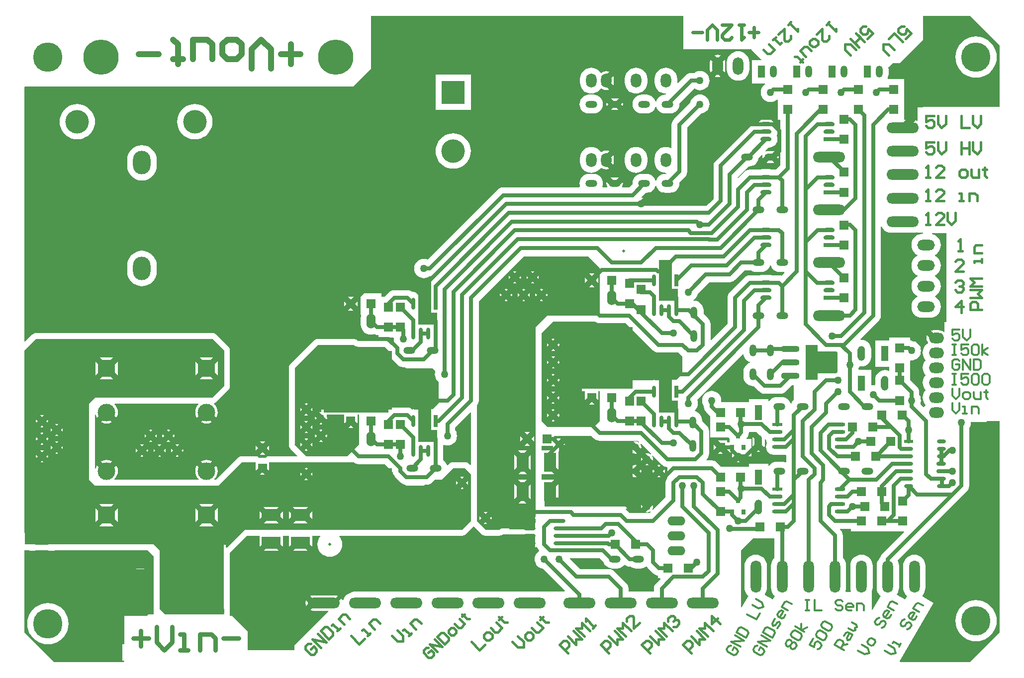
<source format=gtl>
%FSTAX23Y23*%
%MOIN*%
%SFA1B1*%

%IPPOS*%
%AMD11*
4,1,8,0.074800,-0.059800,0.074800,0.059800,0.059800,0.074800,-0.059800,0.074800,-0.074800,0.059800,-0.074800,-0.059800,-0.059800,-0.074800,0.059800,-0.074800,0.074800,-0.059800,0.0*
1,1,0.029921,0.059800,-0.059800*
1,1,0.029921,0.059800,0.059800*
1,1,0.029921,-0.059800,0.059800*
1,1,0.029921,-0.059800,-0.059800*
%
%AMD22*
4,1,8,-0.078700,0.039400,-0.078700,-0.039400,-0.039400,-0.078700,0.039400,-0.078700,0.078700,-0.039400,0.078700,0.039400,0.039400,0.078700,-0.039400,0.078700,-0.078700,0.039400,0.0*
1,1,0.078740,-0.039400,0.039400*
1,1,0.078740,-0.039400,-0.039400*
1,1,0.078740,0.039400,-0.039400*
1,1,0.078740,0.039400,0.039400*
%
%AMD50*
4,1,4,-0.024600,0.118100,-0.118100,0.024600,0.024600,-0.118100,0.118100,-0.024600,-0.024600,0.118100,0.0*
%
%ADD10R,0.031496X0.035433*%
G04~CAMADD=11~8~0.0~0.0~1496.1~1496.1~149.6~0.0~15~0.0~0.0~0.0~0.0~0~0.0~0.0~0.0~0.0~0~0.0~0.0~0.0~270.0~1496.0~1496.0*
%ADD11D11*%
%ADD12O,0.124016X0.043307*%
%ADD13O,0.124016X0.043307*%
%ADD14O,0.060000X0.100000*%
%ADD15R,0.433070X0.393700*%
%ADD16O,0.100000X0.060000*%
%ADD17R,0.309999X0.399999*%
%ADD18O,0.080000X0.025000*%
%ADD19R,0.080000X0.025000*%
%ADD20O,0.025000X0.080000*%
%ADD21R,0.025000X0.080000*%
G04~CAMADD=22~8~0.0~0.0~1574.8~1574.8~393.7~0.0~15~0.0~0.0~0.0~0.0~0~0.0~0.0~0.0~0.0~0~0.0~0.0~0.0~90.0~1574.0~1574.0*
%ADD22D22*%
%ADD23O,0.060000X0.024000*%
%ADD24R,0.060000X0.024000*%
%ADD25R,0.075197X0.030000*%
%ADD26O,0.075197X0.030000*%
%ADD27R,0.070866X0.023622*%
%ADD28O,0.070866X0.023622*%
%ADD29R,0.078740X0.125984*%
%ADD30R,0.125984X0.078740*%
%ADD31R,0.060000X0.060000*%
%ADD32R,0.060000X0.060000*%
%ADD33C,0.025000*%
%ADD34C,0.050000*%
%ADD35C,0.013780*%
%ADD36C,0.015748*%
%ADD37C,0.039370*%
%ADD38C,0.023622*%
%ADD39C,0.031496*%
%ADD40R,0.137795X0.059055*%
%ADD41R,0.137795X0.078740*%
%ADD42R,0.078740X0.236220*%
%ADD43R,0.118110X0.078740*%
%ADD44R,0.177165X0.173704*%
%ADD45R,0.177165X0.118110*%
%ADD46R,0.216535X0.108268*%
%ADD47R,0.196850X0.177165*%
%ADD48R,0.314960X0.314960*%
%ADD49R,0.314960X0.354330*%
G04~CAMADD=50~9~0.0~0.0~1322.4~2018.3~0.0~0.0~0~0.0~0.0~0.0~0.0~0~0.0~0.0~0.0~0.0~0~0.0~0.0~0.0~45.0~2362.0~2361.0*
%ADD50D50*%
%ADD51R,0.088582X0.305117*%
%ADD52R,0.127953X0.078740*%
%ADD53R,0.088582X0.275590*%
%ADD54R,0.472440X0.413385*%
%ADD55R,0.472440X0.393700*%
%ADD56R,0.472440X0.413385*%
%ADD57R,0.492125X0.413385*%
%ADD58R,0.102996X0.141260*%
%ADD59R,0.141260X0.102996*%
%ADD60R,0.141260X0.102996*%
%ADD61R,0.334645X0.433070*%
%ADD62O,0.070866X0.094488*%
%ADD63R,0.050000X0.100000*%
%ADD64O,0.050000X0.100000*%
%ADD65O,0.118110X0.070866*%
%ADD66O,0.070866X0.118110*%
%ADD67C,0.118110*%
%ADD68R,0.118110X0.118110*%
%ADD69C,0.157480*%
%ADD70R,0.157480X0.157480*%
%ADD71O,0.118110X0.157480*%
%ADD72O,0.120000X0.060000*%
%ADD73O,0.078740X0.047244*%
%ADD74O,0.047244X0.078740*%
%ADD75O,0.102362X0.070866*%
%ADD76O,0.070866X0.216535*%
%ADD77O,0.216535X0.070866*%
%ADD78C,0.236220*%
%ADD79C,0.196850*%
%ADD80R,0.047244X0.078740*%
%ADD81C,0.020000*%
%ADD82C,0.050000*%
%LNpcb4-1*%
%LPD*%
G36*
X037Y02379D02*
Y02031D01*
X03695Y02029*
X03689Y02035*
X03681Y02042*
X03671Y02046*
X03661Y02047*
X03582*
X03572Y02046*
X03562Y02042*
X03554Y02035*
X03545Y02026*
X0354Y02027*
X03538Y02032*
X03532Y02043*
X03525Y02052*
X03516Y02059*
Y02122*
Y0216*
X03521Y02163*
X0353Y0216*
X03543Y02159*
X03555Y0216*
X03568Y02164*
X03579Y0217*
X03589Y02178*
X03597Y02188*
X03603Y02199*
X03606Y02211*
X03607Y02224*
X03606Y02237*
X03603Y02249*
X03597Y0226*
X03595Y02262*
Y02281*
X03695Y02381*
X037Y02379*
G37*
G36*
X02047Y02795D02*
Y02559D01*
X01968Y0248*
X01933*
X01929Y0248*
X01924Y0248*
X01264*
X01259Y0248*
X01255Y0248*
X01181*
X01141Y0244*
Y01929*
X01181Y01889*
X01255*
X01259Y01889*
X01264Y01889*
X01924*
X01929Y01889*
X01933Y01889*
X02007*
X02165Y02046*
X02257*
Y01989*
X02289Y02021*
X02303Y02007*
X02317Y02021*
X02348Y01989*
Y02046*
X02401*
X02404Y02047*
X02915*
X02923Y02041*
X02936Y02036*
X02949Y02034*
X03123*
X03148Y02008*
X03147Y02003*
X02727*
X02925Y01805*
X02897Y01777*
X02699Y01976*
Y01594*
X02185*
X02063Y01473*
X02059Y01475*
Y01493*
X01745*
X01902Y01336*
X01874Y01309*
X01717Y01465*
Y0109*
X01874Y01246*
X01902Y01219*
X01745Y01062*
X02047*
Y01036*
X02046Y01033*
X02047Y0103*
Y01025*
X01651*
X01614Y01062*
Y01417*
X01614Y0142*
Y01456*
X01574Y01496*
X01539*
X01535Y01496*
X01007*
X01005Y01496*
X01002*
X01001Y01496*
X00927*
X00925Y01496*
X00911*
X00909Y015*
X00914Y01507*
X00919Y01521*
X00921Y01535*
Y01614*
X00919Y01628*
X00916Y01636*
X0084Y0156*
X00826Y01574*
X00812Y0156*
X00737Y01636*
X00733Y01628*
X00731Y01614*
Y01558*
X00727Y01556*
X00708Y01574*
Y02795*
X00787Y02874*
X01968*
X02047Y02795*
G37*
G36*
X05713Y03361D02*
X05719Y0335D01*
X05726Y03341*
X05736Y03333*
X05747Y03327*
X05759Y03323*
X05771Y03322*
X058*
X05802Y03317*
X05783Y03298*
X05779Y033*
X05766Y03301*
X05717*
X05716Y03302*
X05702Y03304*
X05656*
X05642Y03302*
X05641Y03301*
X05572*
X05558Y033*
X05546Y03294*
X05535Y03286*
X05435Y03186*
X05427Y03175*
X05424Y03168*
X05421Y03163*
X0542Y03149*
Y02974*
X05312Y02867*
X05308Y02869*
Y02972*
X05306Y02985*
X05301Y02998*
X05292Y03009*
X0526Y03042*
Y03066*
X05258Y03079*
X05255Y03091*
X05249Y03102*
X05241Y03111*
X05232Y03119*
X05221Y03125*
X05209Y03129*
X05196Y0313*
X05194Y03129*
X05192Y03134*
X05193Y03135*
X05203Y03143*
X05211Y03153*
X05217Y03164*
X0522Y03176*
X05221Y03178*
X05297Y03254*
X05433*
X05446Y03256*
X05459Y03261*
X0547Y0327*
X05533Y03333*
X05578*
X05579Y03333*
X05589Y03327*
X05601Y03323*
X05614Y03322*
X05645*
X05658Y03323*
X05669Y03327*
X0568Y03333*
X0569Y03341*
X05698Y0335*
X05704Y03361*
X05706Y03367*
X05711*
X05713Y03361*
G37*
G36*
X01574Y01417D02*
Y01025D01*
X01537*
X01527Y01015*
X01366*
Y00716*
X01376*
X01377Y00712*
X01373Y00708*
X00905Y00708*
X00708Y00905*
Y01456*
X00742*
X00744Y01451*
X00739Y01445*
X00733Y01431*
X00731Y01417*
Y01338*
X00733Y01324*
X00737Y01316*
X00812Y01391*
X00826Y01377*
X0084Y01391*
X00916Y01316*
X00919Y01324*
X00921Y01338*
Y01417*
X00919Y01431*
X00914Y01445*
X00909Y01451*
X00911Y01456*
X01003*
X01007Y01456*
X01535*
X01574Y01417*
G37*
G36*
X04526Y02207D02*
X04537Y02198D01*
X0455Y02193*
X04563Y02191*
X0482*
X04829Y02183*
X04826Y02179*
X04823Y02181*
X04813Y02185*
X04803Y02186*
X04792Y02185*
X04791Y02185*
X04817Y02159*
X04842Y02134*
X04842Y02135*
X04844Y02145*
X04842Y02156*
X04838Y02166*
X04836Y02168*
X0484Y02172*
X04908Y02104*
X04904Y021*
X04902Y02102*
X04892Y02106*
X04881Y02108*
X04871Y02106*
X0487Y02106*
X04895Y0208*
X04921Y02055*
X04921Y02056*
X04922Y02066*
X04921Y02077*
X04917Y02087*
X04915Y0209*
X04919Y02093*
X04982Y02029*
X04993Y02021*
X05006Y02016*
X05019Y02014*
Y01943*
X05013Y01935*
X05008Y01922*
X05006Y01909*
Y01813*
X04919Y01725*
X04915Y01728*
X04917Y01731*
X04921Y01741*
X04922Y01751*
X04921Y01762*
X04921Y01763*
X04895Y01738*
X0487Y01712*
X04871Y01712*
X04881Y0171*
X04892Y01712*
X04902Y01716*
X04904Y01718*
X04908Y01714*
X04899Y01705*
X04765*
X04741Y01729*
X04739Y01731*
X04741Y01736*
X0475*
X04551Y01934*
X04579Y01962*
X04777Y01764*
Y0195*
X04782Y01952*
X04782Y01952*
X04792Y01948*
X04803Y01947*
X04813Y01948*
X04814Y01948*
X04789Y01974*
X04803Y01988*
X04789Y02002*
X04814Y02027*
X04813Y02027*
X04803Y02029*
X04792Y02027*
X04782Y02023*
X04782Y02023*
X04777Y02025*
Y02107*
X04782Y0211*
X04782Y0211*
X04792Y02105*
X04803Y02104*
X04813Y02105*
X04814Y02106*
X04789Y02131*
X04759Y02161*
X04335*
X04332Y02165*
X04332Y02165*
X04331Y02175*
X0433Y02176*
X04305Y02151*
X04277Y02179*
X04302Y02204*
X04301Y02205*
X04291Y02206*
X0428Y02205*
X0427Y022*
X04263Y02195*
X04258Y02196*
Y02224*
X04509*
X04526Y02207*
G37*
G36*
X05124Y04818D02*
X05581D01*
X05582Y04814*
X05648Y04748*
X05646Y04744*
X05586*
Y04586*
X05672*
X05673Y04581*
X05672Y04581*
X05662Y04573*
X05654Y04563*
X05648Y04552*
X05645Y0454*
X05643Y04527*
X05645Y04514*
X05648Y04502*
X05654Y04491*
X05662Y04481*
X05672Y04473*
X05683Y04467*
X05696Y04464*
X05708Y04462*
X05721Y04464*
X05733Y04467*
X05744Y04473*
X05752Y0448*
X05757Y04477*
X05757Y04477*
Y04342*
X05774*
Y0404*
X05744Y0401*
X05717*
X05716Y04011*
X05702Y04013*
X05656*
X05642Y04011*
X05641Y0401*
X05572*
X05558Y04008*
X05546Y04003*
X05535Y03995*
X05492Y03952*
X05487Y03954*
X05487Y03956*
X05561Y04031*
X05566*
X05579Y04032*
X05591Y04036*
X05602Y04041*
X05611Y04049*
X05619Y04059*
X05625Y0407*
X05629Y04082*
X05629Y04088*
X05651Y0411*
X05655Y04107*
X05654Y04104*
X05653Y04094*
X05654Y04084*
X05654Y04084*
X05678Y04108*
X05706Y0408*
X05682Y04056*
X05682Y04056*
X05692Y04054*
X05724*
X05734Y04056*
X05734Y04056*
X0571Y0408*
X05724Y04094*
X0571Y04108*
X05734Y04132*
X05734Y04132*
X05724Y04134*
X05692*
X05682Y04132*
X05679Y04131*
X05676Y04135*
X05698Y04157*
X05702*
X05716Y04159*
X05729Y04165*
X0574Y04173*
X05749Y04185*
X05755Y04198*
X05756Y04212*
X05755Y04226*
X0575Y04237*
X05755Y04248*
X05756Y04262*
X05755Y04276*
X05749Y0429*
X0574Y04301*
X05732Y04307*
X05733Y04312*
X05732Y0432*
X05728Y04328*
X05724Y04334*
X05717Y04339*
X0571Y04342*
X05702Y04343*
X05656*
X05648Y04342*
X05641Y04339*
X05635Y04334*
X0563Y04328*
X05626Y0432*
X05626Y04314*
X05601*
X05587Y04313*
X05575Y04307*
X05564Y04299*
X05337Y04072*
X05328Y04061*
X05325Y04054*
X05323Y04048*
X05321Y04035*
Y0382*
X05273Y03772*
X04886*
X04883Y03776*
X04883Y03779*
X04882Y0379*
X04881Y03791*
X04863Y03772*
X04849*
X04828Y03793*
X04854Y03818*
X04853Y03819*
X04846Y0382*
X04844Y03825*
X04872Y03854*
X04877*
X0489Y03855*
X04902Y03858*
X04913Y03864*
X04922Y03872*
X0493Y03882*
X04936Y03893*
X04938Y03899*
X04943*
X04945Y03893*
X04951Y03882*
X04959Y03872*
X04968Y03864*
X04979Y03858*
X04991Y03855*
X05003Y03854*
X05035*
X05047Y03855*
X05059Y03858*
X0507Y03864*
X0508Y03872*
X05088Y03882*
X05093Y03893*
X05097Y03904*
X05098Y03917*
X05098Y03921*
X05135Y03959*
X05143Y03969*
X05148Y03982*
X0515Y03996*
Y04289*
X05246Y04385*
X05248Y04385*
X0526Y04389*
X05272Y04395*
X05281Y04403*
X0529Y04412*
X05295Y04424*
X05299Y04436*
X053Y04448*
X05299Y04461*
X05295Y04473*
X0529Y04484*
X05281Y04494*
X05272Y04502*
X0526Y04508*
X05248Y04512*
X05236Y04513*
X05223Y04512*
X05211Y04508*
X052Y04502*
X0519Y04494*
X05182Y04484*
X05176Y04473*
X05172Y04461*
X05172Y04459*
X05061Y04348*
X05053Y04337*
X05047Y04324*
X05046Y04311*
Y04155*
X05041Y04153*
X05036Y04156*
X05022Y0416*
X05007Y04161*
X04993Y0416*
X04979Y04156*
X04966Y04149*
X04954Y04139*
X04945Y04128*
X04938Y04115*
X04934Y04101*
X04932Y04086*
Y04062*
X04934Y04048*
X04938Y04034*
X04945Y04021*
X04954Y04009*
X04966Y04*
X04979Y03993*
X04993Y03989*
X05007Y03987*
X05008Y03986*
X0501Y03983*
X05008Y0398*
X05003*
X04991Y03979*
X04979Y03975*
X04968Y03969*
X04959Y03962*
X04951Y03952*
X04945Y03941*
X04943Y03935*
X04938*
X04936Y03941*
X0493Y03952*
X04922Y03962*
X04913Y03969*
X04902Y03975*
X0489Y03979*
X04877Y0398*
X04846*
X04834Y03979*
X04822Y03975*
X04811Y03969*
X04801Y03962*
X04793Y03952*
X04787Y03941*
X04784Y03929*
X04783Y03917*
X04783Y03912*
X04761Y0389*
X04716*
X04713Y03895*
X04715Y03897*
X04719Y03907*
X0472Y03917*
X04719Y03927*
X04719Y03927*
X04695Y03903*
X04667Y03931*
X04691Y03955*
X04691Y03955*
X04681Y03957*
X04649*
X04639Y03955*
X04639Y03955*
X04663Y03931*
X04635Y03903*
X04611Y03927*
X04611Y03927*
X04609Y03917*
X04611Y03907*
X04615Y03897*
X04616Y03895*
X04614Y0389*
X04586*
X04582Y03895*
X04585Y03904*
X04586Y03917*
X04585Y03929*
X04582Y03941*
X04576Y03952*
X04568Y03962*
X04558Y03969*
X04547Y03975*
X04535Y03979*
X04523Y0398*
X04492*
X04479Y03979*
X04467Y03975*
X04456Y03969*
X04447Y03962*
X04439Y03952*
X04433Y03941*
X0443Y03929*
X04428Y03917*
X0443Y03904*
X04432Y03895*
X04429Y0389*
X03917*
X03903Y03889*
X03891Y03883*
X0388Y03875*
X0341Y03406*
X0341Y03406*
X03398Y03409*
X03385Y03411*
X03373Y03409*
X03361Y03406*
X03349Y034*
X0334Y03392*
X03332Y03382*
X03326Y03371*
X03322Y03359*
X03321Y03346*
X03322Y03333*
X03326Y03321*
X03332Y0331*
X0334Y033*
X03349Y03292*
X03361Y03286*
X03373Y03283*
X03385Y03281*
X03398Y03283*
X0341Y03286*
X03421Y03292*
X03423Y03294*
X03425*
X03438Y03295*
X03443Y03298*
X03451Y03301*
X03462Y03309*
X03938Y03786*
X04783*
X04797Y03788*
X04797Y03788*
X04802Y03784*
X04801Y03779*
X04801Y03776*
X04798Y03772*
X03956*
X03943Y03771*
X0393Y03765*
X03919Y03757*
X03427Y03265*
X03419Y03254*
X03416Y03247*
X03414Y03241*
X03412Y03228*
Y03165*
X03407Y03165*
X034Y03162*
X03394Y03157*
X03392Y03155*
X03386*
X03384Y03157*
X03378Y03162*
X03371Y03165*
X03364Y03166*
X03358Y03165*
X03351Y03174*
X0334Y03183*
X03328Y03188*
X03314Y0319*
X03308Y03189*
X03301Y03194*
X03288Y032*
X03275Y03201*
X03188*
X03175Y032*
X03162Y03194*
X03151Y03186*
X03122Y03157*
X031*
Y03179*
X02962*
Y0304*
X02962*
X02966Y03035*
X02963Y03025*
X02961Y03012*
Y02972*
X02963Y02958*
X02967Y02945*
X02973Y02933*
X02982Y02922*
X02992Y02914*
X03004Y02907*
X03017Y02903*
X03031Y02902*
X03045Y02903*
X0305Y02905*
X03057Y02902*
X0307Y029*
X0308*
Y02883*
X0318*
X03183Y02879*
X03183Y02874*
X03184Y02861*
X03188Y02849*
X03194Y02838*
X03202Y02828*
X03212Y0282*
X03213Y02819*
X03213Y02819*
X0321Y02811*
X03205Y02811*
X03203Y02815*
X03197Y02823*
X03189Y02829*
X03179Y02833*
X03169Y02834*
X03166*
X03151Y02849*
X03143Y02856*
X03133Y0286*
X03123Y02861*
X02952*
X02946Y02862*
X02943Y02863*
X0294Y02865*
X02938Y02867*
X02936Y02868*
X02933Y02869*
X02931Y0287*
X02928Y02871*
X02926Y02872*
X02923Y02873*
X02921Y02873*
X02918*
X02916Y02874*
X02676*
X02666Y02872*
X02656Y02868*
X02648Y02862*
X02491Y02705*
X02485Y02697*
X02481Y02687*
X0248Y02677*
Y02165*
X0248Y02165*
X0248Y02162*
Y02159*
X02481Y02157*
X02481Y02154*
X02482Y02152*
X02483Y02149*
X02484Y02147*
X02485Y02145*
X02487Y02143*
X02488Y0214*
X0249Y02139*
X02491Y02136*
X02537Y02091*
X02535Y02086*
X02404*
X02401Y02086*
X02348*
X02338Y02085*
X02329Y02081*
X02323Y02077*
X02282*
X02277Y02081*
X02267Y02085*
X02257Y02086*
X02165*
X02154Y02085*
X02145Y02081*
X02136Y02074*
X02136*
X01991Y01929*
X01982*
X01981Y01934*
X01982Y01935*
X01991Y01946*
X01993Y0195*
X01998Y01959*
X02002Y01973*
X02004Y01988*
X02002Y02002*
X01998Y02016*
X01995Y02021*
X01994Y02025*
X01943Y01974*
X01929Y01988*
X01915Y01974*
X01864Y02025*
X01859Y02016*
X01855Y02002*
X01853Y01988*
X01855Y01973*
X01859Y01959*
X01866Y01946*
X01875Y01935*
X01877Y01934*
X01875Y01929*
X01313*
X01311Y01934*
X01312Y01935*
X01322Y01946*
X01329Y01959*
X01333Y01973*
X01335Y01988*
X01333Y02002*
X01329Y02016*
X01324Y02025*
X01273Y01974*
X01259Y01988*
X01245Y01974*
X01194Y02025*
X0119Y02016*
X01186Y02003*
X01181Y02004*
Y02365*
X01186Y02366*
X0119Y02353*
X01194Y02344*
X01245Y02395*
X01259Y02381*
X01273Y02395*
X01324Y02344*
X01329Y02353*
X01333Y02367*
X01335Y02381*
X01333Y02396*
X01329Y0241*
X01322Y02423*
X01312Y02435*
X01311Y02435*
X01313Y0244*
X01875*
X01877Y02435*
X01875Y02435*
X01866Y02423*
X01859Y0241*
X01855Y02396*
X01853Y02381*
X01855Y02367*
X01859Y02353*
X01864Y02344*
X01915Y02395*
X01929Y02381*
X01943Y02395*
X01994Y02344*
X01998Y02353*
X02002Y02367*
X02004Y02381*
X02002Y02396*
X01998Y0241*
X01991Y02423*
X01982Y02435*
X01981Y02435*
X0198Y02436*
X01979Y02437*
X0198Y02442*
X01988Y02445*
X01996Y02452*
X02075Y0253*
X02081Y02539*
X02085Y02548*
X02086Y02559*
Y02795*
X02085Y02805*
X02081Y02815*
X02075Y02823*
X01996Y02902*
X01988Y02908*
X01978Y02912*
X01968Y02913*
X00787*
X00777Y02912*
X00767Y02908*
X00759Y02902*
X00713Y02856*
X00709Y02858*
Y04564*
X00711Y04566*
X02913*
X03031Y04685*
Y05039*
X05124*
Y04818*
G37*
G36*
X04589Y0138D02*
X04591Y01373D01*
X04596Y01362*
X04604Y01352*
X04614Y01345*
X04625Y01339*
X04637Y01335*
X04649Y01334*
X04681*
X04693Y01335*
X04705Y01339*
X04716Y01345*
X04725Y01352*
X04731Y01359*
X0474Y01352*
X04753Y01347*
X04766Y01345*
X04771*
X04771Y01345*
X04782Y01339*
X04794Y01335*
X04807Y01334*
X04838*
X0485Y01335*
X04862Y01339*
X04873Y01345*
X04875Y01346*
X0488Y01345*
X04884Y0134*
X04923Y01301*
X04934Y01293*
X04947Y01288*
X04953Y01287*
Y01269*
X04968*
X0497Y01264*
X04943Y01237*
X04935Y01226*
X04929Y01214*
X04927Y012*
Y01181*
X04757*
Y012*
X04755Y01214*
X0475Y01226*
X04741Y01237*
X04662Y01316*
X04652Y01324*
X04639Y0133*
X04625Y01331*
X04431*
X04363Y01399*
X04365Y01404*
X04564*
X04589Y0138*
G37*
G36*
X04537Y02986D02*
X0455Y0298D01*
X04563Y02979*
X04737*
X04763Y02953*
X04761Y02948*
X04341*
X04539Y0275*
X04525Y02736*
X04539Y02722*
X04341Y02523*
X04464*
Y02462*
X04496Y02494*
X0451Y0248*
X04524Y02494*
X04556Y02462*
Y02523*
X04566*
Y02519*
Y02322*
X04527Y02283*
X04212*
X04173Y02322*
Y02913*
X04251Y02991*
X0453*
X04537Y02986*
G37*
G36*
X03171Y02738D02*
X03211Y02699D01*
X03221Y0269*
X03234Y02685*
X03248Y02683*
X0326*
X03267Y02677*
X03444*
X03462Y02659*
X0346Y0265*
X03458Y02637*
X0346Y02625*
X03463Y02613*
X03469Y02601*
X03477Y02592*
X03484Y02586*
Y0244*
X03445Y02402*
X03412*
Y02401*
X03322*
X03314Y02402*
X03308Y02401*
X03301Y02407*
X03288Y02412*
X03275Y02414*
X03188*
X03175Y02412*
X03167Y02409*
X03163Y02412*
Y02741*
X03168Y02742*
X03171Y02738*
G37*
G36*
X04251Y02154D02*
X04255Y02144D01*
X04262Y02136*
X04269Y0213*
X04267Y02125*
X04177*
X04173Y02129*
Y02158*
X04251*
X04251Y02154*
G37*
G36*
X04313Y02124D02*
Y01771D01*
X04287*
Y01901*
X04246Y0186*
X04218Y01887*
X04259Y01929*
X04177*
X04173Y01932*
Y01965*
X04177Y01968*
X04259*
X04218Y02009*
X04246Y02037*
X04287Y01996*
Y0212*
X04291Y02124*
X04291Y02124*
X04301Y02125*
X04308Y02128*
X04313Y02124*
G37*
G36*
X04566Y03346D02*
Y03031D01*
X04212*
X04133Y02952*
Y02047*
Y01811*
Y01681*
X04066*
X0408Y01667*
X04053Y01639*
X04038Y01653*
Y01625*
X04041*
X04044Y0162*
X04042Y01617*
X04039Y0161*
X04038Y01604*
X03917*
X03907Y01603*
X03897Y01599*
X03891Y01594*
X03799*
X0374Y01653*
X0374Y01653*
Y01968*
X0374Y01971*
Y02426*
X03746Y02434*
X03751Y02447*
X03753Y0246*
Y02952*
Y03123*
X04055Y03425*
X04488*
X04566Y03346*
G37*
G36*
X03771Y01566D02*
D01*
X03779Y0156*
X03788Y01556*
X03799Y01554*
X03891*
X03893Y01555*
X03896*
X03898Y01555*
X03901Y01556*
X03903Y01557*
X03906Y01557*
X03908Y01559*
X0391Y0156*
X03913Y01561*
X03915Y01562*
X03917Y01564*
X03919Y01564*
X0393*
X03936Y0156*
X03946Y01556*
X03952Y01555*
X03954Y0155*
X03947Y01544*
X0394Y01536*
X03936Y01526*
X03935Y01515*
X03936Y01505*
X03937Y01504*
X03962Y01529*
X03976Y01515*
X0399Y01529*
X04015Y01504*
X04016Y01505*
X04017Y01515*
X04016Y01526*
X04011Y01536*
X04005Y01544*
X03998Y01549*
X04Y01554*
X04037*
X04038Y01553*
X04039Y01546*
X04042Y01539*
X04046Y01533*
X04049Y01531*
Y01525*
X04046Y01523*
X04042Y01517*
X04039Y0151*
X04038Y01503*
X04038Y01502*
X04053Y01517*
X0408Y01489*
X04066Y01475*
X04066Y01475*
X04121*
X04129Y01476*
X04136Y01478*
X04137Y0148*
X04143Y01478*
X04144Y01478*
X04147Y01469*
X04155Y01459*
X04158Y01456*
X04157Y01452*
X04156Y01451*
X04147Y01443*
X04139Y01433*
X04133Y01422*
X04129Y0141*
X04128Y01397*
X04129Y01385*
X04133Y01372*
X04139Y01361*
X04147Y01351*
X04156Y01343*
X04168Y01337*
X0418Y01334*
X04182Y01333*
X0433Y01185*
X04328Y01181*
X02913*
X02908Y01176*
X02904Y01176*
X0289Y01171*
X02877Y01164*
X02866Y01155*
X02856Y01144*
X02849Y01131*
X02847Y01123*
X02842Y01122*
X02832Y01132*
X02832*
X02796Y01095*
X02775Y01116*
X02808Y01149*
X02802Y01152*
X02789Y01153*
X02643*
X0263Y01152*
X02624Y01149*
X02657Y01116*
X02643Y01102*
X02657Y01088*
X02624Y01055*
X0263Y01052*
X02643Y0105*
X02744*
X02746Y01046*
X02504Y00803*
X02515Y00792*
X02513Y00787*
X02216*
Y01015*
X02086*
Y01023*
X02086Y01025*
Y0103*
X02086Y01033*
X02086Y01036*
Y01062*
X02086Y01062*
X02086Y01062*
Y01441*
X02088Y01441*
X02089Y01443*
X02091Y01445*
X02201Y01554*
X02283*
Y0148*
X02324Y01521*
X02352Y01493*
X02311Y01452*
X02413*
X02371Y01493*
X02399Y01521*
X0244Y0148*
Y01554*
X0248*
Y0148*
X02521Y01521*
X02549Y01493*
X02508Y01452*
X02609*
X02568Y01493*
X02596Y01521*
X02637Y0148*
Y01554*
X02691*
X02693Y0155*
X02686Y01542*
X02679Y01527*
X02674Y01512*
X02672Y01496*
X02674Y01479*
X02679Y01464*
X02686Y01449*
X02697Y01437*
X02709Y01426*
X02724Y01419*
X02739Y01414*
X02755Y01412*
X02772Y01414*
X02787Y01419*
X02802Y01426*
X02814Y01437*
X02824Y01449*
X02832Y01464*
X02837Y01479*
X02838Y01496*
X02837Y01512*
X02832Y01527*
X02824Y01542*
X02818Y0155*
X0282Y01554*
X03163*
X03641*
X03652Y01556*
X03661Y0156*
X03669Y01566*
X0372Y01617*
X03771Y01566*
G37*
G36*
X037Y01968D02*
Y01653D01*
X03641Y01594*
X03163*
Y01987*
X03168Y01989*
X03177Y0198*
X03177Y01974*
X03179Y01969*
X03183Y01962*
X03191Y01951*
X0323Y01911*
X03241Y01903*
X03248Y019*
X03254Y01898*
X03259Y01897*
X03267Y01889*
X03385*
X03392Y01896*
X03405*
X03419Y01898*
X03431Y01903*
X03442Y01911*
X03459Y01929*
X03503*
X03582Y02007*
X03661*
X037Y01968*
G37*
G36*
X05528Y0277D02*
X05528Y02767D01*
X05532Y02755*
X05537Y02744*
X05545Y02734*
X05555Y02726*
X05566Y02721*
X05572Y02719*
Y02713*
X05566Y02712*
X05555Y02706*
X05545Y02698*
X05537Y02688*
X05532Y02677*
X05528Y02665*
X05527Y02653*
Y02622*
X05528Y02609*
X05532Y02597*
X05537Y02586*
X05545Y02577*
X05555Y02569*
X05566Y02563*
X05578Y02559*
X0559Y02558*
X05595Y02559*
X05632Y02522*
X05643Y02513*
X05655Y02508*
X05669Y02506*
X05775*
X05789Y02508*
X05794Y0251*
X05801Y02513*
X05812Y02522*
X05855Y02564*
X05866*
Y02467*
X05864Y02466*
X05856Y02456*
X0585Y02445*
X05849Y02439*
X05843*
X05841Y02445*
X05836Y02456*
X05828Y02466*
X05818Y02473*
X05807Y02479*
X05795Y02483*
X05783Y02484*
X05751*
X05739Y02483*
X05727Y02479*
X05716Y02473*
X05707Y02466*
X05699Y02456*
X05699Y02456*
X05694Y02457*
Y02471*
X05565*
Y02451*
X05382*
X05379Y02454*
X05379Y0246*
X05378Y02473*
X05374Y02485*
X05368Y02496*
X0536Y02506*
X0535Y02514*
X05339Y0252*
X05327Y02524*
X05314Y02525*
X05302Y02524*
X0529Y0252*
X05279Y02514*
X05269Y02506*
X05261Y02496*
X05255Y02485*
X05251Y02473*
X0525Y0246*
X05251Y02448*
X05255Y02435*
X05261Y02424*
X05262Y02422*
Y02421*
X05264Y02407*
X05269Y02395*
X05277Y02384*
X05304Y02357*
Y02312*
Y02214*
X05426*
X05435Y02205*
Y02182*
X05431Y02179*
X05421*
X05419Y02183*
Y02194*
X05356*
X05387Y02162*
X05438Y02112*
X05454*
X05456Y02107*
X05456Y02107*
X05452Y02097*
X05451Y02086*
X05452Y02075*
X05452Y02075*
X05472Y02094*
Y02088*
X0549*
X05492Y02086*
X05494Y02088*
X05518*
X05531Y02075*
X05531Y02075*
X05533Y02086*
X05534Y02088*
X05582*
Y02202*
X05549*
X05547Y02207*
X05548Y02209*
X05557Y02219*
X05562Y02232*
X05564Y02246*
Y0225*
X05616*
X05617Y02247*
X05643Y0222*
X05616Y02192*
X0559Y02218*
X0559Y02217*
X05588Y02206*
Y02156*
X0559Y02146*
X0559Y02145*
X05616Y0217*
X05629Y02156*
X05643Y0217*
X05669Y02145*
X05669Y02146*
X05671Y02156*
Y022*
X05675Y02203*
X05678Y02201*
X05678Y02199*
X0568Y02186*
X05685Y02174*
X0568Y02162*
X05678Y02149*
X0568Y02136*
X05685Y02123*
X05693Y02112*
X05704Y02104*
X05716Y02099*
X0573Y02097*
X05748*
X05753Y02097*
X0581*
X05813Y02094*
Y02048*
X05809Y02045*
X05807Y02046*
X05795Y0205*
X05783Y02051*
X05751*
X05739Y0205*
X05727Y02046*
X05716Y0204*
X05707Y02032*
X05699Y02023*
X05699Y02022*
X05694Y02024*
Y02038*
X05565*
Y02018*
X05378*
X05351Y02044*
X05341Y02053*
X05333Y02056*
X05328Y02058*
X05314Y0206*
X0528*
X05278Y02064*
X05283Y02069*
X05291Y0208*
X05296Y02092*
X05298Y02106*
Y02253*
X05296Y02267*
X05291Y0228*
X05283Y0229*
X0525Y02323*
Y02328*
X05249Y02341*
X05245Y02352*
X05239Y02363*
X05231Y02373*
X05222Y02381*
X05211Y02387*
X05204Y02389*
X05202Y02394*
X05203Y02395*
X05211Y02405*
X05217Y02416*
X0522Y02428*
X05222Y0244*
X0522Y02453*
X05217Y02465*
X05217Y02465*
X05523Y02772*
X05528Y0277*
G37*
G36*
X06249Y01584D02*
X06523D01*
X06525*
X06602*
X06603Y01579*
X06459Y01434*
X0645Y01423*
X06445Y01411*
X06445Y01407*
X06442Y01405*
X06433Y01394*
X06426Y01381*
X06422Y01367*
X0642Y01352*
Y01206*
X06422Y01192*
X06426Y01177*
X06433Y01164*
X06442Y01153*
X06447Y0115*
X06392Y01055*
X06387Y01056*
Y01176*
X06388Y01177*
X06392Y01192*
X06394Y01206*
Y01352*
X06392Y01367*
X06388Y01381*
X06381Y01394*
X06372Y01405*
X0636Y01414*
X06347Y01421*
X06333Y01426*
X06318Y01427*
X06304Y01426*
X0629Y01421*
X06277Y01414*
X06265Y01405*
X06256Y01394*
X06249Y01381*
X06245Y01367*
X06243Y01352*
Y01206*
X06245Y01192*
X06248Y01182*
X06244Y01177*
X06216*
X06212Y01182*
X06215Y01192*
X06216Y01206*
Y01352*
X06215Y01367*
X06211Y01381*
X06204Y01394*
X06194Y01405*
X06194Y01406*
Y01555*
X06192Y01568*
X06187Y01581*
X06178Y01592*
X06174Y01596*
X06176Y01601*
X06249*
Y01584*
G37*
G36*
X07244Y00905D02*
X07047Y00708D01*
X06579*
X06576Y00712*
X06802Y01104*
X06727Y01148*
X06727Y01154*
X06735Y01164*
X06742Y01177*
X06746Y01192*
X06748Y01206*
Y01352*
X06746Y01367*
X06742Y01381*
X06735Y01394*
X06726Y01405*
X06714Y01414*
X06701Y01421*
X06687Y01426*
X06673Y01427*
X06658Y01426*
X06644Y01421*
X06631Y01414*
X0662Y01405*
X0661Y01394*
X06603Y01381*
X06599Y01367*
X06598Y01352*
Y01206*
X06599Y01192*
X06603Y01177*
X0661Y01164*
X0662Y01153*
X06624Y0115*
X06611Y01127*
X06557Y01157*
X06556Y01162*
X06558Y01164*
X06565Y01177*
X06569Y01192*
X06571Y01206*
Y01352*
X06569Y01367*
X06565Y01381*
X06561Y01388*
X06966Y01793*
X07025Y01852*
X07033Y01863*
X07038Y01876*
X0704Y01889*
Y02275*
X07041Y02277*
X07047Y02288*
X07051Y023*
X07052Y02312*
X07052Y02315*
X07056Y02318*
X07159*
Y02322*
X07244*
Y00905*
G37*
G36*
X04921Y02795D02*
X04925D01*
X04932Y02789*
X04945Y02784*
X04959Y02782*
X05091*
X05118Y02755*
Y02637*
X05079Y02599*
X05026*
Y02598*
X04936*
X04928Y02599*
X0492Y02598*
X04777*
Y02932*
X04782Y02933*
X04921Y02795*
G37*
G36*
X02923Y02828D02*
X02936Y02823D01*
X02949Y02821*
X03123*
X03148Y02795*
X03147Y02791*
X02727*
X02925Y02592*
X02897Y02564*
X02699Y02763*
Y02385*
X02696Y02383*
X02686Y02382*
X02685Y02381*
X0271Y02356*
X02736Y02331*
X02736Y02331*
X02737Y02342*
X02736Y02353*
X02733Y02361*
X02735Y02366*
X0285*
Y02304*
X02882Y02336*
X02896Y02322*
X0291Y02336*
X02942Y02304*
Y02366*
X02951*
X02952Y02362*
Y02165*
X02874Y02086*
X02598*
X02519Y02165*
X0252Y02165*
Y02677*
X02676Y02834*
X02916*
X02923Y02828*
G37*
G36*
X06459Y03619D02*
X06468Y03608D01*
X06479Y03598*
X06492Y03591*
X06506Y03587*
X06521Y03586*
X06667*
X06681Y03587*
X06691Y0359*
X06696Y03586*
Y03586*
X06728*
X0673Y03585*
X0673Y03583*
X0673Y03582*
X06727Y03579*
X06713Y03577*
X06699Y03573*
X06686Y03566*
X06675Y03557*
X06665Y03545*
X06658Y03532*
X06654Y03518*
X06653Y03503*
X06654Y03489*
X06658Y03475*
X06665Y03462*
X06675Y0345*
X06686Y03441*
X06693Y03437*
Y03432*
X06686Y03428*
X06675Y03419*
X06665Y03407*
X06658Y03394*
X06654Y0338*
X06653Y03366*
X06654Y03351*
X06658Y03337*
X06665Y03324*
X06675Y03312*
X06686Y03303*
X06693Y03299*
Y03294*
X06686Y0329*
X06675Y03281*
X06665Y0327*
X06658Y03257*
X06654Y03243*
X06653Y03228*
X06654Y03213*
X06658Y03199*
X06665Y03186*
X06675Y03175*
X06686Y03165*
X06693Y03161*
Y03156*
X06686Y03153*
X06675Y03143*
X06665Y03132*
X06658Y03119*
X06654Y03105*
X06653Y0309*
X06654Y03075*
X06658Y03061*
X06665Y03048*
X06675Y03037*
X06686Y03028*
X06699Y03021*
X06713Y03016*
X06728Y03015*
X06775*
X0679Y03016*
X06804Y03021*
X06817Y03028*
X06828Y03037*
X06838Y03048*
X06845Y03061*
X06849Y03075*
X0685Y0309*
X06849Y03105*
X06845Y03119*
X06838Y03132*
X06828Y03143*
X06817Y03153*
X0681Y03156*
Y03161*
X06817Y03165*
X06828Y03175*
X06838Y03186*
X06845Y03199*
X06849Y03213*
X0685Y03228*
X06849Y03243*
X06845Y03257*
X06838Y0327*
X06828Y03281*
X06817Y0329*
X0681Y03294*
Y03299*
X06817Y03303*
X06828Y03312*
X06838Y03324*
X06845Y03337*
X06849Y03351*
X0685Y03366*
X06849Y0338*
X06845Y03394*
X06838Y03407*
X06828Y03419*
X06817Y03428*
X0681Y03432*
Y03437*
X06817Y03441*
X06828Y0345*
X06838Y03462*
X06845Y03475*
X06849Y03489*
X0685Y03503*
X06849Y03518*
X06845Y03532*
X06838Y03545*
X06828Y03557*
X06817Y03566*
X06804Y03573*
X0679Y03577*
X0679Y03577*
X0679Y03582*
X06889*
Y02988*
X06875*
Y02922*
X0687Y0292*
X06862Y02926*
X06849Y02931*
X06836Y02933*
X06805*
X06791Y02931*
X06785Y02929*
X06819Y02895*
X06791Y02867*
X06757Y02901*
X06755Y02895*
X06753Y02881*
X06755Y02868*
X0676Y02856*
X06765Y02849*
X06764Y02844*
X06763Y02844*
X06751Y02835*
X06742Y02823*
X06735Y0281*
X06731Y02796*
X06729Y02781*
X06731Y02767*
X06735Y02753*
X06742Y0274*
X06749Y02731*
X06742Y02723*
X06735Y0271*
X06731Y02696*
X06729Y02681*
X06731Y02667*
X06735Y02653*
X06742Y0264*
X06749Y02631*
X06742Y02623*
X06735Y0261*
X06731Y02596*
X06729Y02581*
X06731Y02567*
X06735Y02553*
X06742Y0254*
X06749Y02531*
X06742Y02523*
X06735Y0251*
X06731Y02496*
X06729Y02481*
X06731Y02467*
X06735Y02453*
X06742Y0244*
X06749Y02431*
X06742Y02423*
X06738Y02415*
X06733Y02415*
X06713Y02435*
X06713Y02435*
X06716Y02448*
X06718Y0246*
X06716Y02473*
X06713Y02485*
X06707Y02496*
X06705Y02498*
Y02516*
X06704Y0253*
X06698Y02543*
X0669Y02553*
X06644Y026*
Y0261*
Y02727*
X06647Y02731*
X06653Y0273*
X06666Y02731*
X06678Y02735*
X06689Y02741*
X06699Y02749*
X06707Y02759*
X06713Y0277*
X06716Y02782*
X06718Y02795*
X06716Y02807*
X06713Y0282*
X06707Y02831*
X06699Y02841*
X06689Y02849*
X06678Y02855*
X06666Y02858*
X06661Y02859*
X0666Y0286*
X06652Y02863*
X06647Y02865*
X06644Y02865*
Y02884*
X06505*
Y02864*
X06412*
Y02686*
X06505*
Y02662*
X06504Y02662*
X065Y0266*
X06488Y02664*
X06476Y02665*
X06463Y02664*
X06451Y0266*
X0644Y02654*
X0643Y02646*
X06422Y02636*
X06416Y02625*
X06412Y02613*
X06411Y026*
Y02567*
X06406Y02563*
X06397Y02564*
X06388Y02563*
X06383Y02567*
Y02668*
X063*
X06298Y02672*
X06299Y02675*
X06303Y02686*
X06306Y0269*
X06318Y02689*
X06331Y0269*
X06343Y02693*
X06354Y02699*
X06364Y02708*
X06372Y02717*
X06378Y02728*
X06382Y02741*
X06383Y02753*
Y02803*
X06382Y02816*
X06378Y02828*
X06372Y02839*
X06364Y02849*
X06354Y02857*
X06343Y02863*
X06331Y02867*
X06318Y02868*
X06314Y02868*
X06312Y02872*
X06434Y02994*
X06442Y03005*
X06448Y03017*
X06449Y03031*
Y03626*
X06454Y03627*
X06459Y03619*
G37*
G36*
X07244Y04842D02*
Y04429D01*
X06732*
Y04425*
X06696*
Y04338*
X06691Y04336*
X0668Y04341*
X06667Y04342*
X06604*
Y04477*
Y04616*
X06495*
X06493Y0462*
X06495Y04625*
X06499Y04637*
X065Y04649*
Y04681*
X06499Y04693*
X06498Y04696*
X06501Y04698*
X06527Y04724*
X06574*
X06732Y04881*
Y05039*
X07047*
X07244Y04842*
G37*
G36*
X05735Y01406D02*
X05734Y01405D01*
X05724Y01394*
X05717Y01381*
X05713Y01367*
X05712Y01352*
Y01206*
X05713Y01192*
X05717Y01177*
X05724Y01164*
X05734Y01153*
X05738Y0115*
X05725Y01127*
X05671Y01157*
X0567Y01162*
X05672Y01164*
X05679Y01177*
X05683Y01192*
X05685Y01206*
Y01352*
X05683Y01367*
X05679Y01381*
X05672Y01394*
X05663Y01405*
X05651Y01414*
X05639Y01421*
X05624Y01426*
X0561Y01427*
X05595Y01426*
X05581Y01421*
X05568Y01414*
X05557Y01405*
X05547Y01394*
X0554Y01381*
X05536Y01367*
X05535Y01352*
Y01206*
X05536Y01192*
X0554Y01177*
X05547Y01164*
X05557Y01153*
X05561Y0115*
X05516Y01072*
X05511Y01073*
Y01456*
X0559Y01535*
X05735*
Y01406*
G37*
%LNpcb4-2*%
%LPC*%
G36*
X00826Y02058D02*
X00815Y02047D01*
X00816Y02046*
X00826Y02045*
X00837Y02046*
X00838Y02047*
X00826Y02058*
G37*
G36*
Y02127D02*
X00816Y02126D01*
X00815Y02125*
X00826Y02114*
X00838Y02125*
X00837Y02126*
X00826Y02127*
G37*
G36*
X00866Y02098D02*
X00854Y02086D01*
X00866Y02075*
X00866Y02075*
X00867Y02086*
X00866Y02097*
X00866Y02098*
G37*
G36*
X00925Y02117D02*
X00913Y02106D01*
X00914Y02105*
X00925Y02104*
X00935Y02105*
X00936Y02106*
X00925Y02117*
G37*
G36*
X00787Y02098D02*
X00787Y02097D01*
X00785Y02086*
X00787Y02075*
X00787Y02075*
X00798Y02086*
X00787Y02098*
G37*
G36*
X00826Y02176D02*
X00815Y02165D01*
X00816Y02165*
X00826Y02163*
X00837Y02165*
X00838Y02165*
X00826Y02176*
G37*
G36*
X00925Y02186D02*
X00914Y02185D01*
X00913Y02185*
X00925Y02173*
X00936Y02185*
X00935Y02185*
X00925Y02186*
G37*
G36*
X00866Y02216D02*
X00854Y02204D01*
X00866Y02193*
X00866Y02194*
X00867Y02204*
X00866Y02215*
X00866Y02216*
G37*
G36*
X00787D02*
X00787Y02215D01*
X00785Y02204*
X00787Y02194*
X00787Y02193*
X00798Y02204*
X00787Y02216*
G37*
G36*
X00885Y02157D02*
X00885Y02156D01*
X00884Y02145*
X00885Y02135*
X00885Y02134*
X00897Y02145*
X00885Y02157*
G37*
G36*
X00964D02*
X00953Y02145D01*
X00964Y02134*
X00964Y02135*
X00966Y02145*
X00964Y02156*
X00964Y02157*
G37*
G36*
X00866Y01669D02*
X00787D01*
X00773Y01667*
X00764Y01664*
X00826Y01602*
X00888Y01664*
X0088Y01667*
X00866Y01669*
G37*
G36*
X01259Y01665D02*
X01212Y01618D01*
X01306*
X01259Y01665*
G37*
G36*
X01929D02*
X01882Y01618D01*
X01976*
X01929Y01665*
G37*
G36*
X02003Y01739D02*
X01956Y01692D01*
X02003Y01645*
Y01739*
G37*
G36*
X01334D02*
X01287Y01692D01*
X01334Y01645*
Y01739*
G37*
G36*
X01185D02*
Y01645D01*
X01232Y01692*
X01185Y01739*
G37*
G36*
X01854D02*
Y01645D01*
X01901Y01692*
X01854Y01739*
G37*
G36*
X02413Y01748D02*
X02311D01*
X02352Y01706*
X02338Y01692*
X02352Y01678*
X02311Y01637*
X02413*
X02371Y01678*
X02385Y01692*
X02371Y01706*
X02413Y01748*
G37*
G36*
X02609D02*
X02508D01*
X02549Y01706*
X02535Y01692*
X02549Y01678*
X02508Y01637*
X02609*
X02568Y01678*
X02582Y01692*
X02568Y01706*
X02609Y01748*
G37*
G36*
X02559Y0198D02*
X02558Y01979D01*
X02557Y01968*
X02558Y01957*
X02559Y01957*
X0257Y01968*
X02559Y0198*
G37*
G36*
X02637D02*
X02626Y01968D01*
X02637Y01957*
X02638Y01957*
X02639Y01968*
X02638Y01979*
X02637Y0198*
G37*
G36*
X02303Y0198D02*
X02285Y01962D01*
X02321*
X02303Y0198*
G37*
G36*
X02598Y0194D02*
X02586Y01929D01*
X02587Y01928*
X02598Y01927*
X02609Y01928*
X02609Y01929*
X02598Y0194*
G37*
G36*
Y02009D02*
X02587Y02008D01*
X02586Y02007*
X02598Y01996*
X02609Y02007*
X02609Y02008*
X02598Y02009*
G37*
G36*
X0244Y0172D02*
X02413Y01692D01*
X0244Y01665*
Y0172*
G37*
G36*
X01976Y01767D02*
X01882D01*
X01929Y0172*
X01976Y01767*
G37*
G36*
X02637Y0172D02*
X0261Y01692D01*
X02637Y01665*
Y0172*
G37*
G36*
X02283D02*
Y01665D01*
X0231Y01692*
X02283Y0172*
G37*
G36*
X0248D02*
Y01665D01*
X02507Y01692*
X0248Y0172*
G37*
G36*
X01306Y01767D02*
X01212D01*
X01259Y0172*
X01306Y01767*
G37*
G36*
X00925Y02304D02*
X00914Y02303D01*
X00913Y02303*
X00925Y02291*
X00936Y02303*
X00935Y02303*
X00925Y02304*
G37*
G36*
X00826Y02294D02*
X00815Y02283D01*
X00816Y02283*
X00826Y02281*
X00837Y02283*
X00838Y02283*
X00826Y02294*
G37*
G36*
Y02363D02*
X00816Y02362D01*
X00815Y02362*
X00826Y0235*
X00838Y02362*
X00837Y02362*
X00826Y02363*
G37*
G36*
X00787Y02334D02*
X00787Y02333D01*
X00785Y02322*
X00787Y02312*
X00787Y02311*
X00798Y02322*
X00787Y02334*
G37*
G36*
X00866D02*
X00854Y02322D01*
X00866Y02311*
X00866Y02312*
X00867Y02322*
X00866Y02333*
X00866Y02334*
G37*
G36*
X00925Y02235D02*
X00913Y02224D01*
X00914Y02224*
X00925Y02222*
X00935Y02224*
X00936Y02224*
X00925Y02235*
G37*
G36*
X00826Y02245D02*
X00816Y02244D01*
X00815Y02244*
X00826Y02232*
X00838Y02244*
X00837Y02244*
X00826Y02245*
G37*
G36*
X00964Y02275D02*
X00953Y02263D01*
X00964Y02252*
X00964Y02253*
X00966Y02263*
X00964Y02274*
X00964Y02275*
G37*
G36*
X00885D02*
X00885Y02274D01*
X00884Y02263*
X00885Y02253*
X00885Y02252*
X00897Y02263*
X00885Y02275*
G37*
G36*
X01854Y02724D02*
Y0263D01*
X01901Y02677*
X01854Y02724*
G37*
G36*
X01185D02*
Y0263D01*
X01232Y02677*
X01185Y02724*
G37*
G36*
X01929Y02649D02*
X01882Y02602D01*
X01976*
X01929Y02649*
G37*
G36*
X01259D02*
X01212Y02602D01*
X01306*
X01259Y02649*
G37*
G36*
X01334Y02724D02*
X01287Y02677D01*
X01334Y0263*
Y02724*
G37*
G36*
X01976Y02751D02*
X01882D01*
X01929Y02705*
X01976Y02751*
G37*
G36*
X02003Y02724D02*
X01956Y02677D01*
X02003Y0263*
Y02724*
G37*
G36*
X01306Y02751D02*
X01212D01*
X01259Y02705*
X01306Y02751*
G37*
G36*
X01503Y01424D02*
X01463D01*
X01451Y01422*
X01448Y01421*
X01477Y01391*
X01463Y01377*
X01477Y01364*
X01448Y01334*
X01451Y01333*
X01463Y01331*
X01503*
X01515Y01333*
X01518Y01334*
X01489Y01364*
X01503Y01377*
X01489Y01391*
X01518Y01421*
X01515Y01422*
X01503Y01424*
G37*
G36*
X0142Y01393D02*
X01418Y01389D01*
X01417Y01377*
X01418Y01366*
X0142Y01362*
X01435Y01377*
X0142Y01393*
G37*
G36*
X01546D02*
X01531Y01377D01*
X01546Y01362*
X01548Y01366*
X01549Y01377*
X01548Y01389*
X01546Y01393*
G37*
G36*
X00826Y0135D02*
X00764Y01288D01*
X00773Y01284*
X00787Y01282*
X00866*
X0088Y01284*
X00888Y01288*
X00826Y0135*
G37*
G36*
X01112Y01064D02*
X01111Y01063D01*
X011Y01045*
X01092Y01025*
X01087Y01005*
X01086Y00984*
X01087Y00963*
X01092Y00942*
X011Y00923*
X01111Y00905*
X01112Y00904*
X01192Y00984*
X01112Y01064*
G37*
G36*
X01328D02*
X01248Y00984D01*
X01328Y00904*
X01329Y00905*
X0134Y00923*
X01348Y00942*
X01353Y00963*
X01354Y00984*
X01353Y01005*
X01348Y01025*
X0134Y01045*
X01329Y01063*
X01328Y01064*
G37*
G36*
X00866Y01102D02*
X00844Y01101D01*
X00823Y01096*
X00803Y01087*
X00784Y01076*
X00768Y01062*
X00754Y01045*
X00742Y01027*
X00734Y01007*
X00729Y00986*
X00727Y00964*
X00729Y00942*
X00734Y00921*
X00742Y00901*
X00754Y00883*
X00768Y00866*
X00784Y00852*
X00803Y00841*
X00823Y00833*
X00844Y00828*
X00866Y00826*
X00887Y00828*
X00908Y00833*
X00928Y00841*
X00947Y00852*
X00963Y00866*
X00977Y00883*
X00989Y00901*
X00997Y00921*
X01002Y00942*
X01004Y00964*
X01002Y00986*
X00997Y01007*
X00989Y01027*
X00977Y01045*
X00963Y01062*
X00947Y01076*
X00928Y01087*
X00908Y01096*
X00887Y01101*
X00866Y01102*
G37*
G36*
X0122Y00956D02*
X0114Y00876D01*
X01141Y00875*
X01159Y00864*
X01178Y00856*
X01199Y00851*
X0122Y00849*
X01241Y00851*
X01261Y00856*
X01281Y00864*
X01299Y00875*
X013Y00876*
X0122Y00956*
G37*
G36*
X01503Y01224D02*
X01463D01*
X01451Y01222*
X01448Y01221*
X01477Y01191*
X01463Y01177*
X01477Y01164*
X01448Y01134*
X01451Y01133*
X01463Y01131*
X01503*
X01515Y01133*
X01518Y01134*
X01489Y01164*
X01503Y01177*
X01489Y01191*
X01518Y01221*
X01515Y01222*
X01503Y01224*
G37*
G36*
X0142Y01193D02*
X01418Y01189D01*
X01417Y01177*
X01418Y01166*
X0142Y01162*
X01435Y01177*
X0142Y01193*
G37*
G36*
X01546D02*
X01531Y01177D01*
X01546Y01162*
X01548Y01166*
X01549Y01177*
X01548Y01189*
X01546Y01193*
G37*
G36*
X0122Y01118D02*
X01199Y01116D01*
X01178Y01111*
X01159Y01103*
X01141Y01092*
X0114Y01092*
X0122Y01012*
X013Y01092*
X01299Y01092*
X01281Y01103*
X01261Y01111*
X01241Y01116*
X0122Y01118*
G37*
G36*
X04881Y02039D02*
X0487Y02027D01*
X04871Y02027*
X04881Y02025*
X04892Y02027*
X04893Y02027*
X04881Y02039*
G37*
G36*
X04842Y02078D02*
X04842Y02077D01*
X0484Y02066*
X04842Y02056*
X04842Y02055*
X04854Y02066*
X04842Y02078*
G37*
G36*
X0496Y02029D02*
X04949Y02027D01*
X04949Y02027*
X0496Y02016*
X04972Y02027*
X04971Y02027*
X0496Y02029*
G37*
G36*
Y0196D02*
X04949Y01948D01*
X04949Y01948*
X0496Y01947*
X04971Y01948*
X04972Y01948*
X0496Y0196*
G37*
G36*
X04999Y01999D02*
X04988Y01988D01*
X04999Y01976*
X05Y01977*
X05001Y01988*
X05Y01998*
X04999Y01999*
G37*
G36*
X04921D02*
X0492Y01998D01*
X04919Y01988*
X0492Y01977*
X04921Y01976*
X04932Y01988*
X04921Y01999*
G37*
G36*
X04842D02*
X0483Y01988D01*
X04842Y01976*
X04842Y01977*
X04844Y01988*
X04842Y01998*
X04842Y01999*
G37*
G36*
X04881Y01793D02*
X04871Y01791D01*
X0487Y01791*
X04881Y01779*
X04893Y01791*
X04892Y01791*
X04881Y01793*
G37*
G36*
X04842Y01763D02*
X04842Y01762D01*
X0484Y01751*
X04842Y01741*
X04842Y0174*
X04854Y01751*
X04842Y01763*
G37*
G36*
X01574Y02137D02*
X01574Y02136D01*
X01573Y02125*
X01574Y02115*
X01574Y02114*
X01586Y02125*
X01574Y02137*
G37*
G36*
X01456D02*
X01456Y02136D01*
X01454Y02125*
X01456Y02115*
X01456Y02114*
X01468Y02125*
X01456Y02137*
G37*
G36*
X01653D02*
X01642Y02125D01*
X01653Y02114*
X01653Y02115*
X01655Y02125*
X01653Y02136*
X01653Y02137*
G37*
G36*
X01771D02*
X0176Y02125D01*
X01771Y02114*
X01771Y02115*
X01773Y02125*
X01771Y02136*
X01771Y02137*
G37*
G36*
X01535D02*
X01523Y02125D01*
X01535Y02114*
X01535Y02115*
X01537Y02125*
X01535Y02136*
X01535Y02137*
G37*
G36*
X01692D02*
X01692Y02136D01*
X01691Y02125*
X01692Y02115*
X01692Y02114*
X01704Y02125*
X01692Y02137*
G37*
G36*
X01496Y02098D02*
X01484Y02086D01*
X01485Y02086*
X01496Y02084*
X01506Y02086*
X01507Y02086*
X01496Y02098*
G37*
G36*
X02303Y02115D02*
X02285Y02097D01*
X02321*
X02303Y02115*
G37*
G36*
X01614Y02098D02*
X01604Y02088D01*
X01602Y02086*
X01603Y02086*
X01614Y02084*
X01624Y02086*
X01625Y02086*
X01614Y02098*
G37*
G36*
X01732D02*
X0172Y02086D01*
X01721Y02086*
X01732Y02084*
X01742Y02086*
X01743Y02086*
X01732Y02098*
G37*
G36*
X01673Y02196D02*
X01661Y02185D01*
X01662Y02184*
X01673Y02183*
X01683Y02184*
X01684Y02185*
X01673Y02196*
G37*
G36*
X01555D02*
X01543Y02185D01*
X01544Y02184*
X01555Y02183*
X01565Y02184*
X01565Y02184*
X01566Y02185*
X01555Y02196*
G37*
G36*
X02321Y02188D02*
X02285D01*
X02303Y0217*
X02321Y02188*
G37*
G36*
X01515Y02235D02*
X01515Y02235D01*
X01514Y02224*
X01515Y02213*
X01515Y02212*
X01527Y02224*
X01515Y02235*
G37*
G36*
X01633D02*
X01633Y02235D01*
X01632Y02224*
X01633Y02213*
X01633Y02212*
X01645Y02224*
X01633Y02235*
G37*
G36*
X02257Y0216D02*
Y02124D01*
X02275Y02142*
X02257Y0216*
G37*
G36*
X02348D02*
X0233Y02142D01*
X02348Y02124*
Y0216*
G37*
G36*
X01732Y02167D02*
X01721Y02165D01*
X0172Y02165*
X01732Y02153*
X01743Y02165*
X01742Y02165*
X01732Y02167*
G37*
G36*
X01496D02*
X01485Y02165D01*
X01484Y02165*
X01496Y02153*
X01507Y02165*
X01506Y02165*
X01496Y02167*
G37*
G36*
X01614D02*
X01603Y02165D01*
X01602Y02165*
X01614Y02153*
X01625Y02165*
X01624Y02165*
X01614Y02167*
G37*
G36*
X01929Y02063D02*
X01914Y02061D01*
X019Y02057*
X01892Y02053*
X01929Y02016*
X01966Y02053*
X01957Y02057*
X01943Y02061*
X01929Y02063*
G37*
G36*
X01259D02*
X01245Y02061D01*
X01231Y02057*
X01222Y02053*
X01259Y02016*
X01296Y02053*
X01288Y02057*
X01274Y02061*
X01259Y02063*
G37*
G36*
X01496Y03465D02*
X01476Y03463D01*
X01458Y03457*
X01441Y03448*
X01426Y03436*
X01413Y03421*
X01404Y03403*
X01399Y03385*
X01397Y03366*
Y03326*
X01399Y03307*
X01404Y03288*
X01413Y03271*
X01426Y03256*
X01441Y03244*
X01458Y03235*
X01476Y03229*
X01496Y03227*
X01515Y03229*
X01533Y03235*
X01551Y03244*
X01565Y03256*
X01578Y03271*
X01587Y03288*
X01593Y03307*
X01594Y03326*
Y03366*
X01593Y03385*
X01587Y03403*
X01578Y03421*
X01565Y03436*
X01551Y03448*
X01533Y03457*
X01515Y03463*
X01496Y03465*
G37*
G36*
X02874Y03027D02*
X02845Y02998D01*
X02831Y03012*
X02817Y02998*
X02788Y03027*
X02786Y03024*
X02785Y03012*
Y02972*
X02786Y0296*
X02788Y02956*
X02817Y02986*
X02831Y02972*
X02845Y02986*
X02874Y02956*
X02876Y0296*
X02877Y02972*
Y03012*
X02876Y03024*
X02874Y03027*
G37*
G36*
X02831Y03058D02*
X02819Y03056D01*
X02816Y03055*
X02831Y03039*
X02846Y03055*
X02843Y03056*
X02831Y03058*
G37*
G36*
X02896Y03082D02*
X02878Y03064D01*
X02914*
X02896Y03082*
G37*
G36*
X02831Y02944D02*
X02816Y02928D01*
X02819Y02927*
X02831Y02925*
X02843Y02927*
X02846Y02928*
X02831Y02944*
G37*
G36*
X02914Y03155D02*
X02878D01*
X02896Y03138*
X02914Y03155*
G37*
G36*
X02942Y03128D02*
X02924Y0311D01*
X02942Y03092*
Y03128*
G37*
G36*
X0285D02*
Y03092D01*
X02868Y0311*
X0285Y03128*
G37*
G36*
X04719Y04459D02*
X04708Y04448D01*
X04719Y04438*
X04719Y04438*
X0472Y04448*
X04719Y04459*
X04719Y04459*
G37*
G36*
X04611D02*
X04611Y04459D01*
X04609Y04448*
X04611Y04438*
X04611Y04438*
X04621Y04448*
X04611Y04459*
G37*
G36*
X04807Y04693D02*
X04793Y04691D01*
X04779Y04687*
X04766Y0468*
X04754Y04671*
X04745Y04659*
X04738Y04646*
X04734Y04632*
X04732Y04618*
Y04594*
X04734Y04579*
X04738Y04565*
X04745Y04552*
X04754Y04541*
X04766Y04531*
X04779Y04525*
X04793Y0452*
X04807Y04519*
X04822Y0452*
X04836Y04525*
X04849Y04531*
X04861Y04541*
X0487Y04552*
X04877Y04565*
X04881Y04579*
X04883Y04594*
Y04618*
X04881Y04632*
X04877Y04646*
X0487Y04659*
X04861Y04671*
X04849Y0468*
X04836Y04687*
X04822Y04691*
X04807Y04693*
G37*
G36*
X037Y04645D02*
X03464D01*
Y04409*
X037*
Y04645*
G37*
G36*
X0185Y04449D02*
X01831Y04447D01*
X01813Y04443*
X01796Y04436*
X0178Y04426*
X01766Y04414*
X01754Y044*
X01744Y04384*
X01737Y04367*
X01733Y04349*
X01731Y0433*
X01733Y04312*
X01737Y04294*
X01744Y04276*
X01754Y04261*
X01766Y04246*
X0178Y04234*
X01796Y04225*
X01813Y04218*
X01831Y04213*
X0185Y04212*
X01868Y04213*
X01887Y04218*
X01904Y04225*
X0192Y04234*
X01934Y04246*
X01946Y04261*
X01955Y04276*
X01963Y04294*
X01967Y04312*
X01968Y0433*
X01967Y04349*
X01963Y04367*
X01955Y04384*
X01946Y044*
X01934Y04414*
X0192Y04426*
X01904Y04436*
X01887Y04443*
X01868Y04447*
X0185Y04449*
G37*
G36*
X04523Y04512D02*
X04492D01*
X04479Y0451*
X04467Y04507*
X04456Y04501*
X04447Y04493*
X04439Y04483*
X04433Y04473*
X0443Y04461*
X04428Y04448*
X0443Y04436*
X04433Y04424*
X04439Y04413*
X04447Y04404*
X04456Y04396*
X04467Y0439*
X04479Y04386*
X04492Y04385*
X04523*
X04535Y04386*
X04547Y0439*
X04558Y04396*
X04568Y04404*
X04576Y04413*
X04582Y04424*
X04585Y04436*
X04586Y04448*
X04585Y04461*
X04582Y04473*
X04576Y04483*
X04568Y04493*
X04558Y04501*
X04547Y04507*
X04535Y0451*
X04523Y04512*
G37*
G36*
X04681Y04488D02*
X04649D01*
X04639Y04487*
X04639Y04487*
X04663Y04462*
X04649Y04448*
X04663Y04434*
X04639Y0441*
X04639Y0441*
X04649Y04409*
X04681*
X04691Y0441*
X04691Y0441*
X04667Y04434*
X04681Y04448*
X04667Y04462*
X04691Y04487*
X04691Y04487*
X04681Y04488*
G37*
G36*
X05007Y04693D02*
X04993Y04691D01*
X04979Y04687*
X04966Y0468*
X04954Y04671*
X04945Y04659*
X04938Y04646*
X04934Y04632*
X04932Y04618*
Y04594*
X04934Y04579*
X04938Y04565*
X04945Y04552*
X04954Y04541*
X04966Y04531*
X04979Y04525*
X04993Y0452*
X05007Y04519*
X05008Y04518*
X0501Y04514*
X05008Y04512*
X05003*
X04991Y0451*
X04979Y04507*
X04968Y04501*
X04959Y04493*
X04951Y04483*
X04945Y04473*
X04943Y04466*
X04938*
X04936Y04473*
X0493Y04483*
X04922Y04493*
X04913Y04501*
X04902Y04507*
X0489Y0451*
X04877Y04512*
X04846*
X04834Y0451*
X04822Y04507*
X04811Y04501*
X04801Y04493*
X04793Y04483*
X04787Y04473*
X04784Y04461*
X04783Y04448*
X04784Y04436*
X04787Y04424*
X04793Y04413*
X04801Y04404*
X04811Y04396*
X04822Y0439*
X04834Y04386*
X04846Y04385*
X04877*
X0489Y04386*
X04902Y0439*
X04913Y04396*
X04922Y04404*
X0493Y04413*
X04936Y04424*
X04938Y0443*
X04943*
X04945Y04424*
X04951Y04413*
X04959Y04404*
X04968Y04396*
X04979Y0439*
X04991Y04386*
X05003Y04385*
X05035*
X05047Y04386*
X05059Y0439*
X0507Y04396*
X0508Y04404*
X05088Y04413*
X05093Y04424*
X05097Y04436*
X05098Y04448*
X05098Y04453*
X05198Y04553*
X052Y04552*
X05211Y04546*
X05223Y04542*
X05236Y04541*
X05248Y04542*
X0526Y04546*
X05272Y04552*
X05281Y0456*
X0529Y0457*
X05295Y04581*
X05299Y04593*
X053Y04606*
X05299Y04618*
X05295Y04631*
X0529Y04642*
X05281Y04652*
X05272Y0466*
X0526Y04666*
X05248Y04669*
X05236Y0467*
X05223Y04669*
X05211Y04666*
X052Y0466*
X05198Y04658*
X05177*
X05163Y04656*
X05151Y04651*
X0514Y04643*
X05087Y0459*
X05082Y04592*
X05083Y04594*
Y04618*
X05081Y04632*
X05077Y04646*
X0507Y04659*
X05061Y04671*
X05049Y0468*
X05036Y04687*
X05022Y04691*
X05007Y04693*
G37*
G36*
X05354Y04653D02*
X05334Y04633D01*
X0534Y04631*
X05354Y04629*
X05367Y04631*
X05373Y04633*
X05354Y04653*
G37*
G36*
X05307Y04747D02*
X05304Y04741D01*
X05302Y04728*
Y04681*
X05304Y04667*
X05307Y04661*
X0534Y04695*
X05354Y04681*
X05368Y04695*
X05401Y04661*
X05404Y04667*
X05405Y04681*
Y04728*
X05404Y04741*
X05401Y04747*
X05368Y04714*
X05354Y04728*
X0534Y04714*
X05307Y04747*
G37*
G36*
X05354Y04779D02*
X0534Y04778D01*
X05334Y04775*
X05354Y04756*
X05373Y04775*
X05367Y04778*
X05354Y04779*
G37*
G36*
X04507Y04693D02*
X04493Y04691D01*
X04479Y04687*
X04466Y0468*
X04454Y04671*
X04445Y04659*
X04438Y04646*
X04434Y04632*
X04432Y04618*
Y04594*
X04434Y04579*
X04438Y04565*
X04445Y04552*
X04454Y04541*
X04466Y04531*
X04479Y04525*
X04493Y0452*
X04507Y04519*
X04522Y0452*
X04536Y04525*
X04549Y04531*
X04561Y04541*
X0457Y04552*
X0457Y04553*
X04575Y04554*
X04582Y04549*
X04594Y04544*
X04607Y04542*
X04621Y04544*
X04627Y04547*
X04593Y0458*
X04619Y04606*
X04593Y04632*
X04627Y04665*
X04621Y04667*
X04607Y04669*
X04594Y04667*
X04582Y04662*
X04575Y04657*
X0457Y04659*
X0457Y04659*
X04561Y04671*
X04549Y0468*
X04536Y04687*
X04522Y04691*
X04507Y04693*
G37*
G36*
X04655Y04637D02*
X04623Y04606D01*
X04655Y04575*
X04657Y04581*
X04659Y04594*
Y04618*
X04657Y04631*
X04655Y04637*
G37*
G36*
X05492Y04803D02*
X05477Y04802D01*
X05463Y04797*
X0545Y0479*
X05438Y04781*
X05429Y0477*
X05422Y04757*
X05418Y04743*
X05416Y04728*
Y04681*
X05418Y04666*
X05422Y04652*
X05429Y04639*
X05438Y04627*
X0545Y04618*
X05463Y04611*
X05477Y04607*
X05492Y04605*
X05506Y04607*
X0552Y04611*
X05533Y04618*
X05545Y04627*
X05554Y04639*
X05561Y04652*
X05565Y04666*
X05567Y04681*
Y04728*
X05565Y04743*
X05561Y04757*
X05554Y0477*
X05545Y04781*
X05533Y0479*
X0552Y04797*
X05506Y04802*
X05492Y04803*
G37*
G36*
X04655Y04106D02*
X04623Y04074D01*
X04655Y04043*
X04657Y04049*
X04659Y04062*
Y04086*
X04657Y04099*
X04655Y04106*
G37*
G36*
X05762Y04104D02*
X05752Y04094D01*
X05762Y04084*
X05762Y04084*
X05764Y04094*
X05762Y04104*
X05762Y04104*
G37*
G36*
X01062Y04449D02*
X01044Y04447D01*
X01026Y04443*
X01009Y04436*
X00993Y04426*
X00979Y04414*
X00967Y044*
X00957Y04384*
X0095Y04367*
X00945Y04349*
X00944Y0433*
X00945Y04312*
X0095Y04294*
X00957Y04276*
X00967Y04261*
X00979Y04246*
X00993Y04234*
X01009Y04225*
X01026Y04218*
X01044Y04213*
X01062Y04212*
X01081Y04213*
X01099Y04218*
X01116Y04225*
X01132Y04234*
X01146Y04246*
X01158Y04261*
X01168Y04276*
X01175Y04294*
X0118Y04312*
X01181Y0433*
X0118Y04349*
X01175Y04367*
X01168Y04384*
X01158Y044*
X01146Y04414*
X01132Y04426*
X01116Y04436*
X01099Y04443*
X01081Y04447*
X01062Y04449*
G37*
G36*
X03582Y04252D02*
X03564Y0425D01*
X03546Y04246*
X03528Y04239*
X03513Y04229*
X03498Y04217*
X03486Y04203*
X03477Y04187*
X0347Y0417*
X03465Y04152*
X03464Y04133*
X03465Y04115*
X0347Y04097*
X03477Y0408*
X03486Y04064*
X03498Y0405*
X03513Y04038*
X03528Y04028*
X03546Y04021*
X03564Y04016*
X03582Y04015*
X03601Y04016*
X03619Y04021*
X03636Y04028*
X03652Y04038*
X03666Y0405*
X03678Y04064*
X03688Y0408*
X03695Y04097*
X03699Y04115*
X03701Y04133*
X03699Y04152*
X03695Y0417*
X03688Y04187*
X03678Y04203*
X03666Y04217*
X03652Y04229*
X03636Y04239*
X03619Y04246*
X03601Y0425*
X03582Y04252*
G37*
G36*
X01496Y04173D02*
X01476Y04171D01*
X01458Y04166*
X01441Y04157*
X01426Y04144*
X01413Y04129*
X01404Y04112*
X01399Y04094*
X01397Y04074*
Y04035*
X01399Y04016*
X01404Y03997*
X01413Y0398*
X01426Y03965*
X01441Y03953*
X01458Y03944*
X01476Y03938*
X01496Y03936*
X01515Y03938*
X01533Y03944*
X01551Y03953*
X01565Y03965*
X01578Y0398*
X01587Y03997*
X01593Y04016*
X01594Y04035*
Y04074*
X01593Y04094*
X01587Y04112*
X01578Y04129*
X01565Y04144*
X01551Y04157*
X01533Y04166*
X01515Y04171*
X01496Y04173*
G37*
G36*
X04807Y04161D02*
X04793Y0416D01*
X04779Y04156*
X04766Y04149*
X04754Y04139*
X04745Y04128*
X04738Y04115*
X04734Y04101*
X04732Y04086*
Y04062*
X04734Y04048*
X04738Y04034*
X04745Y04021*
X04754Y04009*
X04766Y04*
X04779Y03993*
X04793Y03989*
X04807Y03987*
X04822Y03989*
X04836Y03993*
X04849Y04*
X04861Y04009*
X0487Y04021*
X04877Y04034*
X04881Y04048*
X04883Y04062*
Y04086*
X04881Y04101*
X04877Y04115*
X0487Y04128*
X04861Y04139*
X04849Y04149*
X04836Y04156*
X04822Y0416*
X04807Y04161*
G37*
G36*
X04507D02*
X04493Y0416D01*
X04479Y04156*
X04466Y04149*
X04454Y04139*
X04445Y04128*
X04438Y04115*
X04434Y04101*
X04432Y04086*
Y04062*
X04434Y04048*
X04438Y04034*
X04445Y04021*
X04454Y04009*
X04466Y04*
X04479Y03993*
X04493Y03989*
X04507Y03987*
X04522Y03989*
X04536Y03993*
X04549Y04*
X04561Y04009*
X0457Y04021*
X0457Y04022*
X04575Y04023*
X04582Y04018*
X04594Y04013*
X04607Y04011*
X04621Y04013*
X04627Y04015*
X04593Y04049*
X04619Y04074*
X04593Y041*
X04627Y04133*
X04621Y04136*
X04607Y04138*
X04594Y04136*
X04582Y04131*
X04575Y04126*
X0457Y04127*
X0457Y04128*
X04561Y04139*
X04549Y04149*
X04536Y04156*
X04522Y0416*
X04507Y04161*
G37*
G36*
X01259Y02354D02*
X01222Y02316D01*
X01231Y02312*
X01245Y02308*
X01259Y02306*
X01274Y02308*
X01288Y02312*
X01296Y02316*
X01259Y02354*
G37*
G36*
X01929D02*
X01892Y02316D01*
X019Y02312*
X01914Y02308*
X01929Y02306*
X01943Y02308*
X01957Y02312*
X01966Y02316*
X01929Y02354*
G37*
G36*
X01712Y02235D02*
X01701Y02224D01*
X01712Y02212*
X01712Y02213*
X01714Y02224*
X01712Y02235*
X01712Y02235*
G37*
G36*
X01594D02*
X01582Y02224D01*
X01594Y02212*
X01594Y02213*
X01596Y02224*
X01594Y02235*
X01594Y02235*
G37*
G36*
X01555Y02265D02*
X01544Y02264D01*
X01543Y02263*
X01555Y02252*
X01566Y02263*
X01565Y02264*
X01555Y02265*
G37*
G36*
X01673D02*
X01662Y02264D01*
X01661Y02263*
X01673Y02252*
X01684Y02263*
X01683Y02264*
X01673Y02265*
G37*
G36*
X04212Y02846D02*
X04212Y02845D01*
X0421Y02834*
X04212Y02824*
X04212Y02823*
X04224Y02834*
X04212Y02846*
G37*
G36*
X04291D02*
X04279Y02834D01*
X04291Y02823*
X04291Y02824*
X04293Y02834*
X04291Y02845*
X04291Y02846*
G37*
G36*
X04251Y02875D02*
X04241Y02874D01*
X0424Y02873*
X04251Y02862*
X04263Y02873*
X04262Y02874*
X04251Y02875*
G37*
G36*
Y02806D02*
X0424Y02795D01*
X04241Y02794*
X04251Y02793*
X04262Y02794*
X04263Y02795*
X04251Y02806*
G37*
G36*
X04445Y02314D02*
X0443Y02299D01*
X04433Y02297*
X04445Y02296*
X04457Y02297*
X04461Y02299*
X04445Y02314*
G37*
G36*
X04402Y02397D02*
X04401Y02394D01*
X04399Y02382*
Y02342*
X04401Y0233*
X04402Y02326*
X04431Y02356*
X04445Y02342*
X04459Y02356*
X04488Y02326*
X0449Y0233*
X04491Y02342*
Y02382*
X0449Y02394*
X04488Y02397*
X04459Y02368*
X04445Y02382*
X04431Y02368*
X04402Y02397*
G37*
G36*
X04251Y02334D02*
X0424Y02322D01*
X04241Y02322*
X04251Y02321*
X04262Y02322*
X04263Y02322*
X04251Y02334*
G37*
G36*
Y02639D02*
X04241Y02638D01*
X0424Y02637*
X04251Y02626*
X04263Y02637*
X04262Y02638*
X04251Y02639*
G37*
G36*
X04212Y02609D02*
X04212Y02609D01*
X0421Y02598*
X04212Y02587*
X04212Y02586*
X04224Y02598*
X04212Y02609*
G37*
G36*
X04291D02*
X04279Y02598D01*
X04291Y02586*
X04291Y02587*
X04293Y02598*
X04291Y02609*
X04291Y02609*
G37*
G36*
X04212Y02728D02*
X04212Y02727D01*
X0421Y02716*
X04212Y02705*
X04212Y02705*
X04224Y02716*
X04212Y02728*
G37*
G36*
X04291D02*
X04279Y02716D01*
X04291Y02705*
X04291Y02705*
X04293Y02716*
X04291Y02727*
X04291Y02728*
G37*
G36*
X04251Y02757D02*
X04241Y02756D01*
X0424Y02755*
X04251Y02744*
X04263Y02755*
X04262Y02756*
X04251Y02757*
G37*
G36*
Y02688D02*
X0424Y02677D01*
X04241Y02676*
X04251Y02675*
X04262Y02676*
X04263Y02677*
X04251Y02688*
G37*
G36*
X04445Y02428D02*
X04433Y02426D01*
X0443Y02425*
X04445Y0241*
X04461Y02425*
X04457Y02426*
X04445Y02428*
G37*
G36*
X04251Y02403D02*
X04241Y02401D01*
X0424Y02401*
X04251Y0239*
X04263Y02401*
X04262Y02401*
X04251Y02403*
G37*
G36*
X04212Y02373D02*
X04212Y02372D01*
X0421Y02362*
X04212Y02351*
X04212Y0235*
X04224Y02362*
X04212Y02373*
G37*
G36*
X04291D02*
X04279Y02362D01*
X04291Y0235*
X04291Y02351*
X04293Y02362*
X04291Y02372*
X04291Y02373*
G37*
G36*
X04251Y02521D02*
X04241Y0252D01*
X0424Y02519*
X04251Y02508*
X04263Y02519*
X04262Y0252*
X04251Y02521*
G37*
G36*
X04313Y0292D02*
Y02551D01*
X04498Y02736*
X04313Y0292*
G37*
G36*
X04251Y0257D02*
X0424Y02559D01*
X04241Y02558*
X04251Y02557*
X04262Y02558*
X04263Y02559*
X04251Y0257*
G37*
G36*
X04291Y02491D02*
X04279Y0248D01*
X04291Y02468*
X04291Y02469*
X04293Y0248*
X04291Y0249*
X04291Y02491*
G37*
G36*
X0451Y02452D02*
X04492Y02434D01*
X04528*
X0451Y02452*
G37*
G36*
X04251D02*
X0424Y0244D01*
X04241Y0244*
X04251Y02439*
X04262Y0244*
X04263Y0244*
X04251Y02452*
G37*
G36*
X04212Y02491D02*
X04212Y0249D01*
X0421Y0248*
X04212Y02469*
X04212Y02468*
X04224Y0248*
X04212Y02491*
G37*
G36*
X04074Y02125D02*
X04019D01*
X04047Y02098*
X04074Y02125*
G37*
G36*
X04102Y02098D02*
X04061Y02056D01*
X04047Y0207*
X04033Y02056*
X03992Y02098*
Y01996*
X04033Y02037*
X04047Y02023*
X04061Y02037*
X04102Y01996*
Y02098*
G37*
G36*
X04123Y02222D02*
X04105Y02204D01*
X04123Y02186*
Y02222*
G37*
G36*
X04031D02*
Y02186D01*
X04049Y02204*
X04031Y02222*
G37*
G36*
X04077Y02176D02*
X04059Y02158D01*
X04095*
X04077Y02176*
G37*
G36*
X03799Y01645D02*
X03787Y01633D01*
X03788Y01633*
X03799Y01632*
X03809Y01633*
X0381Y01633*
X03799Y01645*
G37*
G36*
X03759Y01684D02*
X03759Y01683D01*
X03758Y01673*
X03759Y01662*
X03759Y01661*
X03771Y01673*
X03759Y01684*
G37*
G36*
X04074Y01929D02*
X04019D01*
X04047Y01901*
X04074Y01929*
G37*
G36*
X04047Y01995D02*
X04019Y01968D01*
X04074*
X04047Y01995*
G37*
G36*
X03799Y01714D02*
X03788Y01712D01*
X03787Y01712*
X03799Y01701*
X0381Y01712*
X03809Y01712*
X03799Y01714*
G37*
G36*
X03838Y01684D02*
X03827Y01673D01*
X03838Y01661*
X03838Y01662*
X0384Y01673*
X03838Y01683*
X03838Y01684*
G37*
G36*
X04102Y01901D02*
X04061Y0186D01*
X04047Y01874*
X04033Y0186*
X03992Y01901*
Y01799*
X04033Y0184*
X04047Y01826*
X04061Y0184*
X04102Y01799*
Y01901*
G37*
G36*
X04047Y01798D02*
X04019Y01771D01*
X04074*
X04047Y01798*
G37*
G36*
X04094Y0318D02*
X04082Y03169D01*
X04094Y03157*
X04094Y03158*
X04096Y03169*
X04094Y03179*
X04094Y0318*
G37*
G36*
X04212D02*
X04201Y03169D01*
X04212Y03157*
X04212Y03158*
X04214Y03169*
X04212Y03179*
X04212Y0318*
G37*
G36*
X03937Y0321D02*
X03926Y03208D01*
X03925Y03208*
X03937Y03197*
X03948Y03208*
X03947Y03208*
X03937Y0321*
G37*
G36*
X03976Y0318D02*
X03964Y03169D01*
X03976Y03157*
X03976Y03158*
X03978Y03169*
X03976Y03179*
X03976Y0318*
G37*
G36*
X03897D02*
X03897Y03179D01*
X03895Y03169*
X03897Y03158*
X03897Y03157*
X03909Y03169*
X03897Y0318*
G37*
G36*
X04015D02*
X04015Y03179D01*
X04014Y03169*
X04015Y03158*
X04015Y03157*
X04027Y03169*
X04015Y0318*
G37*
G36*
X04133D02*
X04133Y03179D01*
X04132Y03169*
X04133Y03158*
X04133Y03157*
X04145Y03169*
X04133Y0318*
G37*
G36*
X04055Y0321D02*
X04044Y03208D01*
X04043Y03208*
X04055Y03197*
X04066Y03208*
X04065Y03208*
X04055Y0321*
G37*
G36*
X03996Y03259D02*
X03984Y03248D01*
X03985Y03247*
X03996Y03246*
X04006Y03247*
X04007Y03248*
X03996Y03259*
G37*
G36*
X04114D02*
X04102Y03248D01*
X04103Y03247*
X04114Y03246*
X04124Y03247*
X04125Y03248*
X04114Y03259*
G37*
G36*
X04464Y03285D02*
Y03249D01*
X04482Y03267*
X04464Y03285*
G37*
G36*
X04173Y0321D02*
X04162Y03208D01*
X04161Y03208*
X04173Y03197*
X04184Y03208*
X04183Y03208*
X04173Y0321*
G37*
G36*
X04445Y03215D02*
X04433Y03214D01*
X0443Y03212*
X04445Y03197*
X04461Y03212*
X04457Y03214*
X04445Y03215*
G37*
G36*
X0451Y03239D02*
X04492Y03221D01*
X04528*
X0451Y03239*
G37*
G36*
X04445Y03101D02*
X0443Y03086D01*
X04433Y03085*
X04445Y03083*
X04457Y03085*
X04461Y03086*
X04445Y03101*
G37*
G36*
X04055Y03141D02*
X04043Y03129D01*
X04044Y03129*
X04055Y03128*
X04065Y03129*
X04066Y03129*
X04055Y03141*
G37*
G36*
X04173D02*
X04161Y03129D01*
X04162Y03129*
X04173Y03128*
X04183Y03129*
X04184Y03129*
X04173Y03141*
G37*
G36*
X03937D02*
X03925Y03129D01*
X03926Y03129*
X03937Y03128*
X03947Y03129*
X03948Y03129*
X03937Y03141*
G37*
G36*
X04402Y03184D02*
X04401Y03181D01*
X04399Y03169*
Y03129*
X04401Y03117*
X04402Y03114*
X04431Y03143*
X04445Y03129*
X04459Y03143*
X04488Y03114*
X0449Y03117*
X04491Y03129*
Y03169*
X0449Y03181*
X04488Y03184*
X04459Y03155*
X04445Y03169*
X04431Y03155*
X04402Y03184*
G37*
G36*
X04153Y03298D02*
X04142Y03287D01*
X04153Y03275*
X04153Y03276*
X04155Y03287*
X04153Y03298*
X04153Y03298*
G37*
G36*
X04528Y03313D02*
X04492D01*
X0451Y03295*
X04528Y03313*
G37*
G36*
X04114Y03328D02*
X04103Y03327D01*
X04102Y03326*
X04114Y03315*
X04125Y03326*
X04124Y03327*
X04114Y03328*
G37*
G36*
X04035Y03298D02*
X04023Y03287D01*
X04035Y03275*
X04035Y03276*
X04037Y03287*
X04035Y03298*
X04035Y03298*
G37*
G36*
X04556Y03285D02*
X04538Y03267D01*
X04556Y03249*
Y03285*
G37*
G36*
X03956Y03298D02*
X03956Y03298D01*
X03954Y03287*
X03956Y03276*
X03956Y03275*
X03968Y03287*
X03956Y03298*
G37*
G36*
X04074D02*
X04074Y03298D01*
X04073Y03287*
X04074Y03276*
X04074Y03275*
X04086Y03287*
X04074Y03298*
G37*
G36*
X03996Y03328D02*
X03985Y03327D01*
X03984Y03326*
X03996Y03315*
X04007Y03326*
X04006Y03327*
X03996Y03328*
G37*
G36*
X04095Y0225D02*
X04059D01*
X04077Y02232*
X04095Y0225*
G37*
G36*
X03976Y01487D02*
X03964Y01476D01*
X03965Y01476*
X03976Y01474*
X03987Y01476*
X03987Y01476*
X03976Y01487*
G37*
G36*
X02254Y01064D02*
X02253Y01063D01*
X02242Y01045*
X02234Y01025*
X02229Y01005*
X02227Y00984*
X02229Y00963*
X02234Y00942*
X02242Y00923*
X02253Y00905*
X02254Y00904*
X02334Y00984*
X02254Y01064*
G37*
G36*
X02362Y00956D02*
X02282Y00876D01*
X02283Y00875*
X02301Y00864*
X0232Y00856*
X02341Y00851*
X02362Y00849*
X02383Y00851*
X02403Y00856*
X02423Y00864*
X02441Y00875*
X02442Y00876*
X02362Y00956*
G37*
G36*
X02596Y01121D02*
X02593Y01115D01*
X02592Y01102*
X02593Y01089*
X02596Y01082*
X02615Y01102*
X02596Y01121*
G37*
G36*
X02469Y01064D02*
X0239Y00984D01*
X02469Y00904*
X0247Y00905*
X02481Y00923*
X02489Y00942*
X02494Y00963*
X02496Y00984*
X02494Y01005*
X02489Y01025*
X02481Y01045*
X0247Y01063*
X02469Y01064*
G37*
G36*
X02362Y01118D02*
X02341Y01116D01*
X0232Y01111*
X02301Y01103*
X02283Y01092*
X02282Y01092*
X02362Y01012*
X02442Y01092*
X02441Y01092*
X02423Y01103*
X02403Y01111*
X02383Y01116*
X02362Y01118*
G37*
G36*
X03641Y0195D02*
X03631Y01949D01*
X0363Y01948*
X03641Y01937*
X03653Y01948*
X03652Y01949*
X03641Y0195*
G37*
G36*
X03681Y0192D02*
X03669Y01909D01*
X03681Y01897*
X03681Y01898*
X03682Y01909*
X03681Y0192*
X03681Y0192*
G37*
G36*
X03641Y01881D02*
X0363Y0187D01*
X03631Y01869*
X03641Y01868*
X03652Y01869*
X03653Y0187*
X03641Y01881*
G37*
G36*
X03602Y0192D02*
X03602Y0192D01*
X036Y01909*
X03602Y01898*
X03602Y01897*
X03613Y01909*
X03602Y0192*
G37*
G36*
X05492Y02058D02*
X0548Y02047D01*
X05481Y02046*
X05492Y02045*
X05502Y02046*
X05503Y02047*
X05492Y02058*
G37*
G36*
X05374Y0212D02*
X05356Y02102D01*
X05391*
X05374Y0212*
G37*
G36*
X05328Y02166D02*
Y0213D01*
X05346Y02148*
X05328Y02166*
G37*
G36*
X05629Y02129D02*
X05618Y02117D01*
X05619Y02117*
X05629Y02115*
X0564Y02117*
X05641Y02117*
X05629Y02129*
G37*
G36*
X07086Y01122D02*
X07064Y0112D01*
X07043Y01115*
X07023Y01107*
X07005Y01096*
X06988Y01081*
X06974Y01065*
X06963Y01047*
X06955Y01026*
X0695Y01005*
X06948Y00984*
X0695Y00962*
X06955Y00941*
X06963Y00921*
X06974Y00903*
X06988Y00886*
X07005Y00872*
X07023Y00861*
X07043Y00852*
X07064Y00847*
X07086Y00846*
X07108Y00847*
X07129Y00852*
X07149Y00861*
X07167Y00872*
X07184Y00886*
X07198Y00903*
X07209Y00921*
X07218Y00941*
X07223Y00962*
X07224Y00984*
X07223Y01005*
X07218Y01026*
X07209Y01047*
X07198Y01065*
X07184Y01081*
X07167Y01096*
X07149Y01107*
X07129Y01115*
X07108Y0112*
X07086Y01122*
G37*
G36*
X02696Y02196D02*
X02685Y02185D01*
X02686Y02184*
X02696Y02183*
X02707Y02184*
X02708Y02185*
X02696Y02196*
G37*
G36*
X02874Y0224D02*
X02845Y0221D01*
X02831Y02224*
X02817Y0221*
X02788Y0224*
X02786Y02236*
X02785Y02224*
Y02184*
X02786Y02172*
X02788Y02169*
X02817Y02198*
X02831Y02184*
X02845Y02198*
X02874Y02169*
X02876Y02172*
X02877Y02184*
Y02224*
X02876Y02236*
X02874Y0224*
G37*
G36*
X02598Y02206D02*
X02587Y02205D01*
X02586Y02204*
X02598Y02193*
X02609Y02204*
X02609Y02205*
X02598Y02206*
G37*
G36*
Y02137D02*
X02586Y02126D01*
X02587Y02125*
X02598Y02124*
X02609Y02125*
X02609Y02126*
X02598Y02137*
G37*
G36*
X02559Y02176D02*
X02558Y02175D01*
X02557Y02165*
X02558Y02154*
X02559Y02153*
X0257Y02165*
X02559Y02176*
G37*
G36*
X02637D02*
X02626Y02165D01*
X02637Y02153*
X02638Y02154*
X02639Y02165*
X02638Y02175*
X02637Y02176*
G37*
G36*
X02831Y02156D02*
X02816Y02141D01*
X02819Y0214*
X02831Y02138*
X02843Y0214*
X02846Y02141*
X02831Y02156*
G37*
G36*
X02696Y02314D02*
X02685Y02303D01*
X02686Y02302*
X02696Y02301*
X02707Y02302*
X02708Y02303*
X02696Y02314*
G37*
G36*
X02637Y02294D02*
X02626Y02283D01*
X02637Y02271*
X02638Y02272*
X02639Y02283*
X02638Y02294*
X02637Y02294*
G37*
G36*
X02896Y02294D02*
X02878Y02277D01*
X02914*
X02896Y02294*
G37*
G36*
X02657Y02354D02*
X02657Y02353D01*
X02655Y02342*
X02657Y02331*
X02657Y02331*
X02669Y02342*
X02657Y02354*
G37*
G36*
X02598Y02324D02*
X02587Y02323D01*
X02586Y02322*
X02598Y02311*
X02609Y02322*
X02609Y02323*
X02598Y02324*
G37*
G36*
X02657Y02235D02*
X02657Y02235D01*
X02655Y02224*
X02657Y02213*
X02657Y02212*
X02669Y02224*
X02657Y02235*
G37*
G36*
X02736D02*
X02724Y02224D01*
X02736Y02212*
X02736Y02213*
X02737Y02224*
X02736Y02235*
X02736Y02235*
G37*
G36*
X02598Y02255D02*
X02586Y02244D01*
X02587Y02243*
X02598Y02242*
X02609Y02243*
X02609Y02244*
X02598Y02255*
G37*
G36*
X02831Y0227D02*
X02819Y02269D01*
X02816Y02267*
X02831Y02252*
X02846Y02267*
X02843Y02269*
X02831Y0227*
G37*
G36*
X02559Y02294D02*
X02558Y02294D01*
X02557Y02283*
X02558Y02272*
X02559Y02271*
X0257Y02283*
X02559Y02294*
G37*
G36*
X02696Y02265D02*
X02686Y02264D01*
X02685Y02263*
X02696Y02252*
X02708Y02263*
X02707Y02264*
X02696Y02265*
G37*
G36*
X02559Y02413D02*
X02558Y02412D01*
X02557Y02401*
X02558Y0239*
X02559Y0239*
X0257Y02401*
X02559Y02413*
G37*
G36*
X02637D02*
X02626Y02401D01*
X02637Y0239*
X02638Y0239*
X02639Y02401*
X02638Y02412*
X02637Y02413*
G37*
G36*
X02598Y02373D02*
X02586Y02362D01*
X02587Y02361*
X02598Y0236*
X02609Y02361*
X02609Y02362*
X02598Y02373*
G37*
G36*
Y02442D02*
X02587Y02441D01*
X02586Y0244*
X02598Y02429*
X02609Y0244*
X02609Y02441*
X02598Y02442*
G37*
G36*
X07086Y04902D02*
X07064Y049D01*
X07043Y04895*
X07023Y04886*
X07005Y04875*
X06988Y04861*
X06974Y04845*
X06963Y04826*
X06955Y04806*
X0695Y04785*
X06948Y04763*
X0695Y04742*
X06955Y04721*
X06963Y04701*
X06974Y04682*
X06988Y04666*
X07005Y04651*
X07023Y0464*
X07043Y04632*
X07064Y04627*
X07086Y04625*
X07108Y04627*
X07129Y04632*
X07149Y0464*
X07167Y04651*
X07184Y04666*
X07198Y04682*
X07209Y04701*
X07218Y04721*
X07223Y04742*
X07224Y04763*
X07223Y04785*
X07218Y04806*
X07209Y04826*
X07198Y04845*
X07184Y04861*
X07167Y04875*
X07149Y04886*
X07129Y04895*
X07108Y049*
X07086Y04902*
G37*
%LNpcb4-3*%
%LPD*%
G54D10*
X05527Y01712D03*
X05452D03*
X0549Y01791D03*
X05527Y02145D03*
X05452D03*
X0549Y02224D03*
G54D11*
X06086Y02716D03*
G54D12*
X05842Y02625D03*
Y02807D03*
G54D13*
X05842Y02716D03*
G54D14*
X02831Y02992D03*
X03031D03*
X04445Y02362D03*
X04645D03*
X04445Y03149D03*
X04645D03*
X02831Y02204D03*
X03031D03*
G54D15*
X02931Y02578D03*
X04545Y01948D03*
Y02736D03*
X02931Y01791D03*
G54D16*
X01483Y01177D03*
Y01377D03*
G54D17*
X01888Y01277D03*
G54D18*
X04294Y01503D03*
Y01553D03*
Y01603D03*
Y01653D03*
X04094Y01503D03*
Y01553D03*
Y01603D03*
G54D19*
X04094Y01653D03*
G54D20*
X04928Y03067D03*
X04978D03*
X05028D03*
X05078D03*
X04928Y03267D03*
X04978D03*
X05028D03*
X04928Y02319D03*
X04978D03*
X05028D03*
X05078D03*
X04928Y02519D03*
X04978D03*
X05028D03*
X03314Y0291D03*
X03364D03*
X03414D03*
X03464D03*
X03314Y0311D03*
X03364D03*
X03414D03*
X03314Y02122D03*
X03364D03*
X03414D03*
X03464D03*
X03314Y02322D03*
X03364D03*
X03414D03*
G54D21*
X05078Y03267D03*
Y02519D03*
X03464Y0311D03*
Y02322D03*
G54D22*
X00826Y01377D03*
Y01574D03*
G54D23*
X06854Y02035D03*
Y02135D03*
Y02185D03*
Y02085D03*
Y01985D03*
Y01935D03*
X06633Y01985D03*
Y01935D03*
Y01885D03*
X06854D03*
X06633Y02035D03*
Y02085D03*
Y02135D03*
G54D24*
X06633Y02185D03*
G54D25*
X06102Y03503D03*
Y03149D03*
Y03858D03*
Y04212D03*
G54D26*
X06102Y03553D03*
Y03603D03*
X05679Y03503D03*
Y03553D03*
Y03603D03*
X06102Y03199D03*
Y03249D03*
X05679Y03149D03*
Y03199D03*
Y03249D03*
X06102Y03908D03*
Y03958D03*
X05679Y03858D03*
Y03908D03*
Y03958D03*
X06102Y04262D03*
Y04312D03*
X05679Y04212D03*
Y04262D03*
Y04312D03*
G54D27*
X05753Y01866D03*
Y02299D03*
G54D28*
X05753Y01816D03*
Y01766D03*
Y01716D03*
X06175D03*
Y01766D03*
Y01816D03*
Y01866D03*
X05753Y02249D03*
Y02199D03*
Y02149D03*
X06175D03*
Y02199D03*
Y02249D03*
Y02299D03*
G54D29*
X04047Y0185D03*
X04232D03*
X04047Y02047D03*
X04232D03*
G54D30*
X02559Y01507D03*
Y01692D03*
X02362Y01507D03*
Y01692D03*
G54D31*
X04077Y02204D03*
X04212D03*
X05774Y01614D03*
X05639D03*
X0451Y03267D03*
X04645D03*
X02896Y0311D03*
X03031D03*
X0451Y0248D03*
X04645D03*
X02896Y02322D03*
X03031D03*
X04668Y01496D03*
X04803D03*
X05022Y01338D03*
X05157D03*
X06341Y01751D03*
X06476D03*
X06453Y01653D03*
X06318D03*
X06453Y0185D03*
X06318D03*
X05509Y01948D03*
X05374D03*
X06591Y02362D03*
X06456D03*
X0638Y02185D03*
X06515D03*
X06394Y02283D03*
X06259D03*
X06414Y02086D03*
X06279D03*
X05509Y02381D03*
X05374D03*
G54D32*
X02303Y02142D03*
Y02007D03*
X06535Y04412D03*
Y04547D03*
X06062Y04412D03*
Y04547D03*
X05826Y04412D03*
Y04547D03*
X06299Y04412D03*
Y04547D03*
X06594Y01788D03*
Y01653D03*
X05374Y01715D03*
Y0185D03*
X06574Y02595D03*
Y0246D03*
Y02679D03*
Y02814D03*
X05374Y02148D03*
Y02283D03*
X04763Y03245D03*
Y0311D03*
X04842Y03205D03*
Y0307D03*
X062Y03638D03*
Y03503D03*
X04763Y02457D03*
Y02322D03*
X04842Y02457D03*
Y02322D03*
X062Y03284D03*
Y03149D03*
X03149Y03087D03*
Y02952D03*
X03228Y03087D03*
Y02952D03*
X062Y04347D03*
Y04212D03*
X03149Y023D03*
Y02165D03*
X03228Y023D03*
Y02165D03*
X062Y03993D03*
Y03858D03*
G54D33*
X04232Y02106D02*
X04291Y02165D01*
X04232Y02047D02*
Y02106D01*
X04762Y03031D02*
X04959Y02834D01*
X05118*
X04563Y03031D02*
X04762D01*
X04803Y02519D02*
X04928D01*
X04763Y0248D02*
X04803Y02519D01*
X03248Y02874D02*
Y02933D01*
X03149Y02874D02*
X03208Y02814D01*
Y02775D02*
Y02814D01*
X03228Y02952D02*
X03248Y02933D01*
X02949Y02874D02*
X03149D01*
X03208Y02775D02*
X03248Y02736D01*
X03385D02*
X03444Y02795D01*
X03248Y02736D02*
X03385D01*
X03405Y01948D02*
X03464Y02007D01*
X03267Y01948D02*
X03405D01*
X03228Y01988D02*
X03267Y01948D01*
X03149Y02086D02*
X03228Y02007D01*
Y01988D02*
Y02007D01*
Y02086D02*
Y02165D01*
X02949Y02086D02*
X03149D01*
X02831Y02204D02*
X02949Y02086D01*
X06653Y02421D02*
X06751Y02322D01*
Y01968D02*
Y02322D01*
Y01968D02*
X06785Y01935D01*
X06837Y01988D02*
X06929D01*
X06833Y01985D02*
X06837Y01988D01*
X06904Y01885D02*
X06929Y01909D01*
X06858Y01885D02*
X06904D01*
X06858D02*
Y01935D01*
X06785D02*
X06858D01*
X06853Y02043D02*
Y02135D01*
X06833Y02035D02*
X06853Y02043D01*
X06909Y02125D02*
X06929D01*
X06868Y02085D02*
X06909Y02125D01*
X06988Y01889D02*
Y02312D01*
X06929Y0183D02*
X06988Y01889D01*
X0437Y01712D02*
X04389Y01692D01*
X04094Y01712D02*
X0437D01*
X04074Y01732D02*
X04094Y01712D01*
X04232Y01653D02*
X04294D01*
X04192Y01614D02*
X04232Y01653D01*
X04624Y01553D02*
X04645Y01574D01*
X04294Y01553D02*
X04624D01*
X04687Y01633D02*
X04803Y01518D01*
X04606Y01633D02*
X04687D01*
X04803Y01496D02*
Y01518D01*
X04192Y01496D02*
Y01614D01*
X04575Y01603D02*
X04606Y01633D01*
X04294Y01603D02*
X04575D01*
X04618Y01503D02*
X04625Y01496D01*
X04294Y01503D02*
X04618D01*
X04232Y01456D02*
X04586D01*
X04192Y01496D02*
X04232Y01456D01*
X02831Y02992D02*
X02949Y02874D01*
X06496Y01397D02*
X06929Y0183D01*
X06496Y01289D02*
Y01397D01*
X06043Y01653D02*
X06141Y01555D01*
Y01289D02*
Y01555D01*
X05964Y01929D02*
X06003Y01968D01*
X05964Y01289D02*
Y01929D01*
X05774Y01614D02*
X05787Y01601D01*
Y01289D02*
Y01601D01*
X06043Y01909D02*
X06062Y01929D01*
X06043Y01653D02*
Y01909D01*
X05866Y01653D02*
Y01771D01*
X05826Y01614D02*
X05866Y01653D01*
X05774Y01614D02*
X05826D01*
X05511Y03385D02*
X05629D01*
X04389Y01692D02*
X04704D01*
X04744Y01653*
X04921*
X05059Y01791*
X04881Y01751D02*
Y0183D01*
X05059Y02007*
X05255Y01102D02*
Y012D01*
X0498Y01102D02*
Y012D01*
X04704Y01102D02*
Y012D01*
X04429Y01102D02*
Y01161D01*
X04803Y01496D02*
X04881D01*
X06127Y02249D02*
X06175D01*
X06102Y02224D02*
X06127Y02249D01*
X03444Y02795D02*
X03464Y02814D01*
Y0291*
X06633Y01827D02*
Y01885D01*
X06175Y02199D02*
X06215D01*
X04881Y01496D02*
X04921Y01456D01*
X06453Y01653D02*
X06594D01*
X03149Y02952D02*
X03228D01*
X0307D02*
X03149D01*
X05629Y031D02*
X05679Y03149D01*
X05629Y03031D02*
Y031D01*
X05509Y0181D02*
Y01948D01*
X05649Y0187D02*
X05703Y01816D01*
X05753*
Y01974D02*
X05767Y01988D01*
X05753Y01866D02*
Y01974D01*
X05649Y02303D02*
X05703Y02249D01*
X05753*
X06414Y02086D02*
X06417D01*
X06224Y01716D02*
X06259Y01751D01*
X06175Y01716D02*
X06224D01*
X06259Y01751D02*
X06341D01*
X06175Y01866D02*
X06237Y01929D01*
X06259Y0185D02*
X06318D01*
X06141Y01653D02*
X06318D01*
X06102Y01692D02*
X06141Y01653D01*
X06102Y01692D02*
Y01751D01*
X06116Y01766*
X06175*
X06225Y01816D02*
X06259Y0185D01*
X06175Y01816D02*
X06225D01*
X06175Y02149D02*
X06263D01*
X06098Y02299D02*
X06175D01*
X05866Y01929D02*
Y02204D01*
Y01929D02*
X05925Y01988D01*
X0581Y01716D02*
X05866Y01771D01*
X05753Y01716D02*
X0581D01*
X05866Y02362D02*
X05925Y02421D01*
X0581Y02149D02*
X05866Y02204D01*
X05753Y02149D02*
X0581D01*
X05753Y02299D02*
Y02407D01*
X05767Y02421*
X05753Y01816D02*
X05773D01*
X05629Y01741D02*
Y01748D01*
Y02174D02*
Y02181D01*
X05541Y02086D02*
X05629Y02174D01*
X05492Y02086D02*
X05541D01*
X05509Y02283D02*
Y02381D01*
X05452Y02125D02*
X05492Y02086D01*
X05452Y02125D02*
Y02145D01*
X0549Y01791D02*
X05509Y0181D01*
X05449Y01715D02*
X05452Y01712D01*
X05374Y01715D02*
X05449D01*
Y02148D02*
X05452Y02145D01*
X05374Y02148D02*
X05449D01*
X05431Y02283D02*
X0549Y02224D01*
X05374Y02283D02*
X05431D01*
Y0185D02*
X0549Y01791D01*
X05374Y0185D02*
X05431D01*
X04645Y01397D02*
X04665D01*
X04625Y01496D02*
X04668D01*
X04766Y01397D02*
X04822D01*
X04668Y01496D02*
X04766Y01397D01*
X05601Y04262D02*
X05679D01*
X05572Y03958D02*
X05679D01*
X05492Y03877D02*
X05572Y03958D01*
X05492Y03759D02*
Y03877D01*
X05601Y03908D02*
X05679D01*
X05551Y03858D02*
X05601Y03908D01*
X05551Y0374D02*
Y03858D01*
X05572Y03603D02*
X05679D01*
X05601Y03553D02*
X05679D01*
X05572Y03249D02*
X05679D01*
X05601Y03199D02*
X05679D01*
X03464Y0311D02*
Y03228D01*
X03523Y02637D02*
Y03208D01*
X03584Y02501D02*
Y0319D01*
X03641Y0248D02*
Y03169D01*
X037Y0246D02*
Y03149D01*
X03364Y02322D02*
Y02501D01*
X02896Y0311D02*
X03014Y03228D01*
X03275Y03149D02*
X03314Y0311D01*
X03188Y03149D02*
X03275D01*
X04545Y02744D02*
X04893D01*
X04978Y02659*
Y02519D02*
Y02659D01*
X04445Y02362D02*
X04563Y02244D01*
X04445Y03149D02*
X04563Y03031D01*
X04685Y0311D02*
X04763D01*
X04645Y03149D02*
X04685Y0311D01*
X04978Y03067D02*
X05028D01*
X05078D02*
Y03149D01*
X05028Y03199D02*
X05078Y03149D01*
X05028Y03199D02*
Y03267D01*
X04978D02*
X05028D01*
X04763Y03245D02*
Y03267D01*
X04928Y03067D02*
Y03159D01*
X04901Y03186D02*
X04928Y03159D01*
X04645Y03149D02*
Y03267D01*
X04978Y02519D02*
X05028D01*
X04978Y02319D02*
X05028D01*
X04928D02*
Y02371D01*
X04842Y02457D02*
X04928Y02371D01*
X04763Y02457D02*
Y0248D01*
Y02322D02*
X04842D01*
X04685D02*
X04763D01*
X04645Y02362D02*
X04685Y02322D01*
X04645Y02362D02*
Y0248D01*
X03364Y02852D02*
Y0291D01*
X03414*
X03464D02*
Y02992D01*
X03414Y03042D02*
X03464Y02992D01*
X03314Y0291D02*
Y03001D01*
X03228Y03087D02*
X03314Y03001D01*
X03149Y03087D02*
Y0311D01*
X03188Y03149*
X03307Y02795D02*
X03364Y02852D01*
X03031Y02992D02*
X0307Y02952D01*
X03031Y02992D02*
Y0311D01*
X03464Y02007D02*
Y02122D01*
X03364Y02322D02*
X03414D01*
Y02254D02*
Y02322D01*
Y02254D02*
X03464Y02204D01*
Y02122D02*
Y02204D01*
X03307Y02007D02*
X03364Y02065D01*
Y02122*
X03414*
X03149Y023D02*
Y02322D01*
X03188Y02362*
X03275*
X03314Y02322*
X03228Y023D02*
X03314Y02214D01*
Y02122D02*
Y02214D01*
X03031Y02204D02*
X0307Y02165D01*
X03149*
X03228*
X03279Y02587D02*
X03364Y02501D01*
X02931Y02587D02*
X03279D01*
X03031Y02204D02*
Y02322D01*
X03014Y03228D02*
X03307D01*
X03364Y0317*
X03405Y03211*
X05078Y03067D02*
X0516D01*
X03364Y02501D02*
X03405Y0246D01*
X03543Y02224D02*
Y02303D01*
X037Y0246*
X03464Y02322D02*
X03484D01*
X03641Y0248*
X03405Y0246D02*
X03543D01*
X03584Y02501*
X05787Y0374D02*
Y03937D01*
X05766Y03958D02*
X05787Y03937D01*
X05679Y03958D02*
X05766D01*
X05787Y03385D02*
Y03582D01*
X05766Y03603D02*
X05787Y03582D01*
X05679Y03603D02*
X05766D01*
X05787Y03031D02*
Y03228D01*
X05766Y03249D02*
X05787Y03228D01*
X05679Y03249D02*
X05766D01*
X05629Y03808D02*
X05679Y03858D01*
X05629Y03454D02*
X05679Y03503D01*
X06102Y04212D02*
X062D01*
X06102Y03858D02*
X062D01*
X06102Y03503D02*
X062D01*
X06102Y03149D02*
X062D01*
X06279Y03818D02*
Y04311D01*
X06242Y04347D02*
X06279Y04311D01*
X062Y04347D02*
X06242D01*
X06594Y01788D02*
X06633Y01827D01*
X06594Y02362D02*
X06633Y02322D01*
X06215Y02199D02*
X06259Y02244D01*
Y02283*
X06299Y02185D02*
X0638D01*
X06263Y02149D02*
X06299Y02185D01*
X06453Y01774D02*
Y0185D01*
Y01774D02*
X06476Y01751D01*
X06496Y01653D02*
X06535Y01692D01*
Y01889*
X0658Y01935*
X06633*
X06237Y01929D02*
X06417D01*
X06523Y02035*
X06633*
X06453Y0185D02*
Y01886D01*
X06551Y01985*
X06633*
X06853Y02085D02*
X06868D01*
X06638Y01885D02*
X06692Y0183D01*
X06633Y02185D02*
Y02322D01*
X062Y0374D02*
X06279Y03818D01*
X06102Y0374D02*
X062D01*
Y03993D02*
Y03996D01*
X06102Y04094D02*
X062Y03996D01*
Y03638D02*
X06203Y03641D01*
X0624*
X06279Y03602*
X05629Y03385D02*
Y03454D01*
X05572Y04312D02*
X05679D01*
X05708Y04094D02*
X05728D01*
X06102Y03383D02*
Y03385D01*
Y03383D02*
X062Y03284D01*
X05551Y04084D02*
X05679Y04212D01*
X03405Y03211D02*
Y03248D01*
X05531Y03129D02*
X05601Y03199D01*
X05472Y03149D02*
X05572Y03249D01*
X04978Y03267D02*
Y03328D01*
X05295Y03641D02*
X05433Y03779D01*
X05629Y0374D02*
D01*
Y03808*
X05708Y02795D02*
X0572Y02807D01*
X05842*
X05708Y02637D02*
X05787Y02716D01*
X05842*
X0559Y02637D02*
X05669Y02559D01*
X05775*
X05842Y02625*
X0559Y02795D02*
X05708D01*
X06025Y03958D02*
X06102D01*
X06025Y04312D02*
X06102D01*
X06022Y03249D02*
X06102D01*
X06025Y03603D02*
X06102D01*
X05944Y03523D02*
X06025Y03603D01*
X06417Y02086D02*
X06515Y02185D01*
X06414Y02085D02*
X06633D01*
X06394Y02283D02*
X06517D01*
X06574Y02225*
Y02145D02*
Y02225D01*
Y02145D02*
X06585Y02135D01*
X06633*
X06456Y02344D02*
Y02362D01*
Y02344D02*
X06517Y02283D01*
X05028Y02451D02*
Y02519D01*
Y02451D02*
X05078Y02401D01*
Y02319D02*
Y02401D01*
X05028Y02274D02*
Y02319D01*
Y02274D02*
X05059Y02244D01*
X04563D02*
X04842D01*
Y02312D02*
Y02322D01*
Y02312D02*
X0498Y02175D01*
X05059*
X05078Y02319D02*
X0518D01*
X05246Y02253*
Y02106D02*
Y02253D01*
X05059Y02244D02*
X05098D01*
X05187Y02155*
X05157Y0244D02*
Y0248D01*
X05629Y02952*
Y03031*
X05078Y02519D02*
X05118D01*
X05531Y02933*
Y03129*
X05472Y02952D02*
Y03149D01*
X04978Y02659D02*
X05Y02637D01*
X05157*
X05472Y02952*
X0516Y03067D02*
X05255Y02972D01*
X05157Y02795D02*
X05216D01*
X05255Y02834*
Y02972*
X05028Y03022D02*
Y03067D01*
Y03022D02*
X05059Y02992D01*
X05098*
X05196Y02893*
X0498Y02913D02*
X05059D01*
X04842Y03051D02*
X0498Y02913D01*
X05118Y02834D02*
X05157Y02795D01*
X05354Y02381D02*
X05374D01*
X05314Y02421D02*
X05354Y02381D01*
X05255Y01833D02*
X05374Y01715D01*
X05118Y01751D02*
X05295Y01574D01*
Y01318D02*
Y01574D01*
X05196Y01751D02*
X05354Y01594D01*
X05452Y01692D02*
Y01712D01*
X05728Y04094D02*
X05767Y04133D01*
X05944Y03877D02*
X06025Y03958D01*
X05944Y03877D02*
Y04232D01*
X06025Y04312*
X05944Y03326D02*
X06022Y03249D01*
X05944Y02972D02*
Y03877D01*
X05787Y03228D02*
X05885Y03326D01*
X05944Y02972D02*
X06082Y02834D01*
X06181*
X0624Y02775*
X05177Y04606D02*
X05236D01*
X05019Y04448D02*
X05177Y04606D01*
X05098Y04311D02*
X05236Y04448D01*
X05098Y03996D02*
Y04311D01*
X05019Y03917D02*
X05098Y03996D01*
X05766Y03958D02*
X05826Y04018D01*
Y04412*
X062Y02834D02*
X06397Y03031D01*
X06181Y02834D02*
X062D01*
X04842Y02244D02*
X05019Y02066D01*
X05206*
X05246Y02106*
X05059Y02007D02*
X05314D01*
X05374Y01948*
X05059Y01791D02*
Y01909D01*
X05098Y01948*
X05216*
X05255Y01909*
Y01833D02*
Y01909D01*
X05118Y01751D02*
Y01889D01*
X05196Y01751D02*
Y01889D01*
X05452Y01692D02*
X05492Y01653D01*
X05541*
X05629Y01741*
X06181Y02893D02*
X06338Y03051D01*
X06102Y03031D02*
X0624D01*
X06279Y0307*
Y03602*
X06122Y02893D02*
X06181D01*
X0624Y02519D02*
X06338Y02421D01*
X06043Y02244D02*
X06098Y02299D01*
X06003Y01968D02*
Y02007D01*
X05925Y02086D02*
X06003Y02007D01*
X06062Y01929D02*
Y02027D01*
X05984Y02106D02*
X06062Y02027D01*
X06043Y02125D02*
Y02244D01*
Y02125D02*
X06239Y0193D01*
X06175Y01866D02*
X06239Y0193D01*
X06102Y02141D02*
X06157Y02086D01*
X06102Y02141D02*
Y02224D01*
X06157Y02086D02*
X06279D01*
X05984Y02106D02*
Y02283D01*
X06082Y02381*
X05925Y02086D02*
Y02322D01*
X06003Y02401*
X06082Y02381D02*
Y0244D01*
X06003Y02401D02*
Y02519D01*
X06082Y02598*
X06161*
X06082Y0244D02*
X06161Y02519D01*
X0624D02*
Y027D01*
Y02775*
X06692Y0183D02*
X06929D01*
X05885Y03326D02*
Y04251D01*
X06046Y04412*
X06062*
X06299D02*
X06338Y04372D01*
Y03051D02*
Y04372D01*
X06397Y03031D02*
Y04311D01*
X05708Y04527D02*
X05728Y04547D01*
X05826*
X05944Y04527D02*
X05964Y04547D01*
X06062*
X06181Y04527D02*
X062Y04547D01*
X06299*
X06397Y04311D02*
X06498Y04412D01*
X06535*
X06417Y04527D02*
X06437Y04547D01*
X06535*
X05433Y01604D02*
X05437Y016D01*
X05635*
X04586Y01456D02*
X04645Y01397D01*
X04291D02*
X04409Y01279D01*
X04192Y01397D02*
X04429Y01161D01*
X04409Y01279D02*
X04625D01*
X04704Y012*
X04921Y01377D02*
Y01456D01*
Y01377D02*
X0496Y01338D01*
X05022*
X05255Y01279D02*
X05295Y01318D01*
X05255Y012D02*
X05354Y01299D01*
Y01594*
X05157Y01338D02*
X05177D01*
X05216Y01377*
X05314Y04055D02*
X05572Y04312D01*
X05374Y04035D02*
X05601Y04262D01*
X05433Y03976D02*
X05551Y04094D01*
X0498Y012D02*
X05059Y01279D01*
X05255*
X05753Y02199D02*
X05801D01*
X05866Y02263*
Y02204D02*
Y02263D01*
Y02362*
X05753Y01766D02*
X05801D01*
X05866Y0183*
Y01771D02*
Y0183D01*
Y01929*
X06574Y02595D02*
Y02679D01*
X06633Y02814D02*
X06653Y02795D01*
X06574Y02814D02*
X06633D01*
X03414Y03042D02*
Y0311D01*
X03364D02*
Y0317D01*
Y0311D02*
X03414D01*
X05767Y04133D02*
Y04271D01*
X05679Y04312D02*
X05726D01*
X05767Y04271*
X04763Y0311D02*
X04783D01*
X04842Y03051*
Y03186D02*
X04901D01*
X04763Y03267D02*
X04928D01*
X04953Y03328D02*
X04978D01*
X03917Y03838D02*
X04783D01*
X04862Y03917*
X03405Y03248D02*
X03937Y03779D01*
X03464Y03228D02*
X03956Y0372D01*
X03523Y03208D02*
X03976Y03661D01*
X05216*
X04645Y03385D02*
X04842D01*
X05236Y03641D02*
X05295D01*
X05216Y03661D02*
X05236Y03641D01*
X05433Y03779D02*
Y03976D01*
X03937Y03779D02*
X05275D01*
X05314Y03818*
Y04055*
X03956Y0372D02*
X05295D01*
X05374Y03799*
Y04035*
X05314Y03582D02*
X05492Y03759D01*
X03641Y03169D02*
X04015Y03543D01*
X05296*
X03584Y0319D02*
X03996Y03602D01*
X05157*
X05175Y03584*
X05352Y03541D02*
X05551Y0374D01*
X05296Y03543D02*
X05298Y03541D01*
X05352*
X05175Y03584D02*
X05313D01*
X037Y03149D02*
X04035Y03484D01*
X04547*
X04645Y03385*
X04842D02*
X0494Y03484D01*
X05374*
X05629Y0374*
X04978Y03328D02*
X05075Y03425D01*
X05393*
X05572Y03603*
X05078Y03267D02*
X05177Y03366D01*
X05413*
X05601Y03553*
X05157Y03188D02*
X05275Y03307D01*
X05433*
X05511Y03385*
X0451Y03267D02*
X04579Y03336D01*
X04944*
X04953Y03328*
X03425Y03346D02*
X03917Y03838D01*
X03385Y03346D02*
X03425D01*
X0549Y02224D02*
X05511Y02246D01*
Y02303*
X05649*
X05511Y0187D02*
X05649D01*
X05314Y02421D02*
Y0246D01*
X04212Y02204D02*
X04251D01*
X04291Y02165*
X06574Y02595D02*
X06653Y02516D01*
Y0246D02*
Y02516D01*
Y02421D02*
Y0246D01*
X06437D02*
X06574D01*
X06397Y025D02*
X06437Y0246D01*
X06653Y0435D02*
Y04566D01*
G54D34*
X06594Y04291D02*
X06653Y0435D01*
G54D35*
X062Y00787D02*
X06139Y00822D01*
X06157Y00853*
X06173Y00857*
X06193Y00846*
X06198Y00829*
X0618Y00799*
X06192Y00819D02*
X06224Y00828D01*
X06201Y00882D02*
X06213Y00903D01*
X06229Y00907*
X06259Y00889*
X06242Y00858*
X06225Y00854*
X06221Y0087*
X06239Y00901*
X0623Y00933D02*
X06261Y00916D01*
X06277Y0092*
X06273Y00936*
X06289Y0094*
X06285Y00956*
X06254Y00974*
X05995Y00863D02*
X05972Y00822D01*
X06002Y00805*
X06004Y00831*
X0601Y00841*
X06026Y00846*
X06046Y00834*
X06051Y00818*
X06039Y00797*
X06023Y00793*
X06017Y00878D02*
X06013Y00894D01*
X06025Y00914*
X06041Y00919*
X06082Y00895*
X06086Y00879*
X06074Y00858*
X06058Y00854*
X06017Y00878*
X06053Y00939D02*
X06048Y00955D01*
X0606Y00976*
X06076Y0098*
X06117Y00956*
X06122Y0094*
X0611Y0092*
X06094Y00916*
X06053Y00939*
X05815Y00816D02*
X0581Y00833D01*
X05822Y00853*
X05838Y00857*
X05848Y00851*
X05853Y00835*
X05869Y0084*
X05879Y00834*
X05883Y00818*
X05872Y00797*
X05855Y00793*
X05845Y00799*
X05841Y00815*
X05825Y00811*
X05815Y00816*
X05841Y00815D02*
X05853Y00835D01*
X0585Y00878D02*
X05846Y00894D01*
X05857Y00914*
X05874Y00919*
X05914Y00895*
X05919Y00879*
X05907Y00858*
X05891Y00854*
X0585Y00878*
X05936Y0091D02*
X05875Y00945D01*
X05916Y00921D02*
X05913Y00964D01*
X05916Y00921D02*
X05954Y0094D01*
X06474Y00783D02*
X06514Y00759D01*
X06547Y00768*
X06538Y008*
X06497Y00824*
X0657Y00809D02*
X06582Y00829D01*
X06576Y00819*
X06535Y00843*
X06529Y00832*
X06608Y00992D02*
X06592Y00987D01*
X0658Y00967*
X06584Y00951*
X06594Y00945*
X06611Y00949*
X06622Y0097*
X06638Y00974*
X06649Y00968*
X06653Y00952*
X06641Y00932*
X06625Y00927*
X06688Y01013D02*
X06677Y00993D01*
X0666Y00989*
X0664Y01*
X06636Y01017*
X06648Y01037*
X06664Y01041*
X06674Y01035*
X0665Y00995*
X06706Y01044D02*
X06665Y01068D01*
X06683Y01098*
X06699Y01103*
X0673Y01085*
X06296Y00783D02*
X06337Y00759D01*
X0637Y00768*
X06361Y008*
X0632Y00824*
X06399Y00819D02*
X06411Y0084D01*
X06407Y00856*
X06386Y00867*
X0637Y00863*
X06358Y00843*
X06363Y00827*
X06383Y00815*
X06399Y00819*
X06437Y01002D02*
X0642Y00998D01*
X06409Y00977*
X06413Y00961*
X06423Y00955*
X06439Y0096*
X06451Y0098*
X06467Y00984*
X06477Y00978*
X06482Y00962*
X0647Y00942*
X06454Y00937*
X06517Y01024D02*
X06505Y01003D01*
X06489Y00999*
X06469Y01011*
X06464Y01027*
X06476Y01047*
X06492Y01052*
X06503Y01046*
X06479Y01005*
X06535Y01054D02*
X06494Y01078D01*
X06512Y01109*
X06528Y01113*
X06558Y01095*
X05944Y01123D02*
X05968D01*
X05956*
Y01053*
X05944*
X05968*
X06003Y01123D02*
Y01053D01*
X06051*
X06192Y01112D02*
X06181Y01123D01*
X06157*
X06145Y01112*
Y011*
X06157Y01088*
X06181*
X06192Y01076*
Y01064*
X06181Y01053*
X06157*
X06145Y01064*
X06251Y01053D02*
X06228D01*
X06216Y01064*
Y01088*
X06228Y011*
X06251*
X06263Y01088*
Y01076*
X06216*
X06287Y01053D02*
Y011D01*
X06322*
X06334Y01088*
Y01053*
X05622Y00818D02*
X05605Y00814D01*
X05594Y00793*
X05598Y00777*
X05639Y00753*
X05655Y00758*
X05667Y00778*
X05662Y00794*
X05642Y00806*
X0563Y00786*
X05685Y00809D02*
X05623Y00844D01*
X05708Y0085*
X05647Y00885*
X05659Y00906D02*
X0572Y0087D01*
X05738Y00901*
X05733Y00917*
X05692Y00941*
X05676Y00936*
X05659Y00906*
X05755Y00932D02*
X05773Y00962D01*
X05769Y00978*
X05753Y00974*
X05741Y00954*
X05725Y00949*
X0572Y00965*
X05738Y00996*
X05809Y01024D02*
X05797Y01003D01*
X05781Y00999*
X0576Y01011*
X05756Y01027*
X05768Y01047*
X05784Y01052*
X05794Y01046*
X0577Y01005*
X05826Y01054D02*
X05785Y01078D01*
X05803Y01109*
X05819Y01113*
X0585Y01095*
X05444Y00818D02*
X05428Y00814D01*
X05416Y00793*
X05421Y00777*
X05462Y00753*
X05478Y00758*
X0549Y00778*
X05485Y00794*
X05465Y00806*
X05453Y00786*
X05507Y00809D02*
X05446Y00844D01*
X05531Y0085*
X0547Y00885*
X05481Y00906D02*
X05543Y0087D01*
X0556Y00901*
X05556Y00917*
X05515Y00941*
X05499Y00936*
X05481Y00906*
X05552Y01028D02*
X05614Y00993D01*
X05637Y01034*
X05588Y0109D02*
X05629Y01066D01*
X05661Y01075*
X05652Y01107*
X05611Y01131*
X06929Y02442D02*
Y02395D01*
X06952Y02372*
X06976Y02395*
Y02442*
X06999Y02372D02*
X07023D01*
X07011*
Y02419*
X06999*
X07059Y02372D02*
Y02419D01*
X07094*
X07106Y02407*
Y02372*
X06929Y02541D02*
Y02494D01*
X06952Y0247*
X06976Y02494*
Y02541*
X07011Y0247D02*
X07035D01*
X07047Y02482*
Y02505*
X07035Y02517*
X07011*
X06999Y02505*
Y02482*
X07011Y0247*
X0707Y02517D02*
Y02482D01*
X07082Y0247*
X07118*
Y02517*
X07153Y02529D02*
Y02517D01*
X07141*
X07165*
X07153*
Y02482*
X07165Y0247*
X06929Y02639D02*
X06952D01*
X0694*
Y02568*
X06929*
X06952*
X07035Y02639D02*
X06988D01*
Y02604*
X07011Y02616*
X07023*
X07035Y02604*
Y0258*
X07023Y02568*
X06999*
X06988Y0258*
X07059Y02627D02*
X0707Y02639D01*
X07094*
X07106Y02627*
Y0258*
X07094Y02568*
X0707*
X07059Y0258*
Y02627*
X07129D02*
X07141Y02639D01*
X07165*
X07177Y02627*
Y0258*
X07165Y02568*
X07141*
X07129Y0258*
Y02627*
X06976Y02726D02*
X06964Y02738D01*
X0694*
X06929Y02726*
Y02679*
X0694Y02667*
X06964*
X06976Y02679*
Y02702*
X06952*
X06999Y02667D02*
Y02738D01*
X07047Y02667*
Y02738*
X0707D02*
Y02667D01*
X07106*
X07118Y02679*
Y02726*
X07106Y02738*
X0707*
X06929Y02836D02*
X06952D01*
X0694*
Y02765*
X06929*
X06952*
X07035Y02836D02*
X06988D01*
Y02801*
X07011Y02812*
X07023*
X07035Y02801*
Y02777*
X07023Y02765*
X06999*
X06988Y02777*
X07059Y02824D02*
X0707Y02836D01*
X07094*
X07106Y02824*
Y02777*
X07094Y02765*
X0707*
X07059Y02777*
Y02824*
X07129Y02765D02*
Y02836D01*
Y02789D02*
X07165Y02812D01*
X07129Y02789D02*
X07165Y02765D01*
X06976Y02935D02*
X06929D01*
Y02899*
X06952Y02911*
X06964*
X06976Y02899*
Y02875*
X06964Y02864*
X0694*
X06929Y02875*
X06999Y02935D02*
Y02887D01*
X07023Y02864*
X07047Y02887*
Y02935*
G54D36*
X05177Y00767D02*
X05121Y00823D01*
X05149Y00851*
X05167*
X05186Y00832*
Y00814*
X05158Y00786*
X05177Y00879D02*
X05232Y00823D01*
Y0086*
X05269*
X05214Y00916*
X05288Y00879D02*
X05232Y00934D01*
X05269*
Y00971*
X05325Y00916*
X05371Y00962D02*
X05316Y01018D01*
Y00962*
X05353Y00999*
X04901Y00767D02*
X04845Y00823D01*
X04873Y00851*
X04892*
X0491Y00832*
Y00814*
X04883Y00786*
X04901Y00879D02*
X04957Y00823D01*
Y0086*
X04994*
X04938Y00916*
X05012Y00879D02*
X04957Y00934D01*
X04994*
Y00971*
X0505Y00916*
X05022Y00981D02*
Y00999D01*
X0504Y01018*
X05059*
X05068Y01008*
Y0099*
X05059Y00981*
X05068Y0099*
X05087*
X05096Y00981*
Y00962*
X05077Y00943*
X05059*
X04625Y00767D02*
X0457Y00823D01*
X04598Y00851*
X04616*
X04635Y00832*
Y00814*
X04607Y00786*
X04625Y00879D02*
X04681Y00823D01*
Y0086*
X04718*
X04663Y00916*
X04737Y00879D02*
X04681Y00934D01*
X04718*
Y00971*
X04774Y00916*
X0483Y00971D02*
X04792Y00934D01*
Y01008*
X04783Y01018*
X04765*
X04746Y00999*
Y00981*
X0435Y00767D02*
X04294Y00823D01*
X04322Y00851*
X04341*
X04359Y00832*
Y00814*
X04331Y00786*
X0435Y00879D02*
X04406Y00823D01*
Y0086*
X04443*
X04387Y00916*
X04461Y00879D02*
X04406Y00934D01*
X04443*
Y00971*
X04498Y00916*
X04517Y00934D02*
X04535Y00953D01*
X04526Y00943*
X0447Y00999*
Y00981*
X03979Y00843D02*
X04016Y00805D01*
X04053*
Y00843*
X04016Y0088*
X041Y00852D02*
X04118Y0087D01*
Y00889*
X041Y00907*
X04081*
X04063Y00889*
Y0087*
X04081Y00852*
X041*
X04109Y00935D02*
X04137Y00907D01*
X04156*
X04183Y00935*
X04146Y00972*
X04165Y0101D02*
X04174Y01D01*
X04165Y00991*
X04183Y0101*
X04174Y01*
X04202Y00972*
X0422*
X03704Y00843D02*
X03759Y00787D01*
X03796Y00824*
X03824Y00852D02*
X03843Y0087D01*
Y00889*
X03824Y00907*
X03806*
X03787Y00889*
Y0087*
X03806Y00852*
X03824*
X03834Y00935D02*
X03861Y00907D01*
X0388*
X03908Y00935*
X03871Y00972*
X03889Y0101D02*
X03898Y01D01*
X03889Y00991*
X03908Y0101*
X03898Y01*
X03926Y00972*
X03945*
X03416Y00803D02*
X034D01*
X03383Y00786*
Y0077*
X03416Y00736*
X03433*
X0345Y00753*
Y0077*
X03433Y00786*
X03416Y0077*
X03475Y00778D02*
X03425Y00828D01*
X03508Y00811*
X03458Y00861*
X03475Y00878D02*
X03525Y00828D01*
X0355Y00853*
Y0087*
X03517Y00903*
X035*
X03475Y00878*
X03583Y00886D02*
X036Y00903D01*
Y0092*
X03583Y00937*
X03567*
X0355Y0092*
Y00903*
X03567Y00886*
X03583*
X03592Y00962D02*
X03617Y00937D01*
X03633*
X03658Y00962*
X03625Y00995*
X03642Y01028D02*
X0365Y0102D01*
X03642Y01012*
X03658Y01028*
X0365Y0102*
X03675Y00995*
X03692*
X03172Y00882D02*
X03209Y00845D01*
X03246*
Y00882*
X03209Y00919*
X03284Y00882D02*
X03302Y009D01*
X03293Y00891*
X03256Y00928*
X03246Y00919*
X0333Y00928D02*
X03293Y00965D01*
X03321Y00993*
X03339*
X03367Y00965*
X02897Y00882D02*
X02952Y00826D01*
X02989Y00863*
X03008Y00882D02*
X03026Y009D01*
X03017Y00891*
X0298Y00928*
X02971Y00919*
X03054Y00928D02*
X03017Y00965D01*
X03045Y00993*
X03064*
X03091Y00965*
X02628Y00831D02*
X02609D01*
X02591Y00812*
Y00794*
X02628Y00757*
X02647*
X02665Y00775*
Y00794*
X02647Y00812*
X02628Y00794*
X02693Y00803D02*
X02637Y00859D01*
X0273Y0084*
X02674Y00896*
X02693Y00915D02*
X02749Y00859D01*
X02776Y00887*
Y00905*
X02739Y00942*
X02721*
X02693Y00915*
X02804D02*
X02823Y00933D01*
X02814Y00924*
X02776Y00961*
X02767Y00952*
X02851Y00961D02*
X02814Y00998D01*
X02841Y01026*
X0286*
X02888Y00998*
X05846Y05D02*
X05827Y04981D01*
X05837Y0499*
X05892Y04935*
Y04953*
X05762Y04916D02*
X058Y04953D01*
Y04879*
X05809Y0487*
X05827*
X05846Y04888*
Y04907*
X05744Y04897D02*
X05725Y04879D01*
X05735Y04888*
X05772Y04851*
X05781Y0486*
X05698Y04851D02*
X05735Y04814D01*
X05707Y04786*
X05688*
X0566Y04814*
X06102Y05D02*
X06083Y04981D01*
X06093Y0499*
X06148Y04935*
Y04953*
X06018Y04916D02*
X06055Y04953D01*
Y04879*
X06065Y0487*
X06083*
X06102Y04888*
Y04907*
X05991Y04888D02*
X05972Y0487D01*
Y04851*
X05991Y04833*
X06009*
X06028Y04851*
Y0487*
X06009Y04888*
X05991*
X05981Y04805D02*
X05953Y04833D01*
X05935*
X05907Y04805*
X05944Y04768*
X05926Y0473D02*
X05916Y0474D01*
X05926Y04749*
X05907Y0473*
X05916Y0474*
X05889Y04768*
X0587*
X06357Y04887D02*
X06394Y04924D01*
X06366Y04952*
X06357Y04924*
X06347Y04915*
X06329*
X0631Y04933*
Y04952*
X06329Y04971*
X06347*
X06338Y04868D02*
X06282Y04924D01*
X0631Y04896*
X06273Y04859*
X06301Y04831*
X06245Y04887*
X06282Y04813D02*
X06245Y0485D01*
X06208*
Y04813*
X06245Y04776*
X06613Y04887D02*
X0665Y04924D01*
X06622Y04952*
X06613Y04924*
X06603Y04915*
X06585*
X06566Y04933*
Y04952*
X06585Y04971*
X06603*
X06594Y04868D02*
X06538Y04924D01*
X06501Y04887*
X06538Y04813D02*
X06501Y0485D01*
X06464*
Y04813*
X06501Y04776*
X06804Y0437D02*
X06751D01*
Y0433*
X06778Y04343*
X06791*
X06804Y0433*
Y04304*
X06791Y04291*
X06765*
X06751Y04304*
X0683Y0437D02*
Y04317D01*
X06856Y04291*
X06883Y04317*
Y0437*
X06988D02*
Y04291D01*
X0704*
X07066Y0437D02*
Y04317D01*
X07093Y04291*
X07119Y04317*
Y0437*
X06804Y04192D02*
X06751D01*
Y04153*
X06778Y04166*
X06791*
X06804Y04153*
Y04127*
X06791Y04114*
X06765*
X06751Y04127*
X0683Y04192D02*
Y0414D01*
X06856Y04114*
X06883Y0414*
Y04192*
X06988D02*
Y04114D01*
Y04153*
X0704*
Y04192*
Y04114*
X07066Y04192D02*
Y0414D01*
X07093Y04114*
X07119Y0414*
Y04192*
X06751Y03956D02*
X06778D01*
X06765*
Y04035*
X06751Y04022*
X0687Y03956D02*
X06817D01*
X0687Y04009*
Y04022*
X06856Y04035*
X0683*
X06817Y04022*
X06988Y03956D02*
X07014D01*
X07027Y03969*
Y03996*
X07014Y04009*
X06988*
X06974Y03996*
Y03969*
X06988Y03956*
X07053Y04009D02*
Y03969D01*
X07066Y03956*
X07106*
Y04009*
X07145Y04022D02*
Y04009D01*
X07132*
X07158*
X07145*
Y03969*
X07158Y03956*
X06751Y03799D02*
X06778D01*
X06765*
Y03877*
X06751Y03864*
X0687Y03799D02*
X06817D01*
X0687Y03851*
Y03864*
X06856Y03877*
X0683*
X06817Y03864*
X06974Y03799D02*
X07001D01*
X06988*
Y03851*
X06974*
X0704Y03799D02*
Y03851D01*
X07079*
X07093Y03838*
Y03799*
X06751Y03641D02*
X06778D01*
X06765*
Y0372*
X06751Y03707*
X0687Y03641D02*
X06817D01*
X0687Y03694*
Y03707*
X06856Y0372*
X0683*
X06817Y03707*
X06896Y0372D02*
Y03667D01*
X06922Y03641*
X06948Y03667*
Y0372*
X07125Y0307D02*
X07047D01*
Y0311*
X0706Y03123*
X07086*
X07099Y0311*
Y0307*
X07047Y03149D02*
X07125D01*
X07099Y03175*
X07125Y03202*
X07047*
X07125Y03228D02*
X07047D01*
X07073Y03254*
X07047Y0328*
X07125*
Y03385D02*
Y03411D01*
Y03398*
X07073*
Y03385*
X07125Y03451D02*
X07073D01*
Y0349*
X07086Y03503*
X07125*
X06968Y03464D02*
X06994D01*
X06981*
Y03543*
X06968Y0353*
X07001Y03326D02*
X06948D01*
X07001Y03379*
Y03392*
X06988Y03405*
X06961*
X06948Y03392*
Y03254D02*
X06961Y03267D01*
X06988*
X07001Y03254*
Y03241*
X06988Y03228*
X06975*
X06988*
X07001Y03215*
Y03202*
X06988Y03188*
X06961*
X06948Y03202*
X06988Y03051D02*
Y03129D01*
X06948Y0309*
X07001*
G54D37*
X02559Y04783D02*
X02427D01*
X02493Y04717D02*
Y04849D01*
X02362Y04685D02*
Y04816D01*
X02296Y04881*
X02231Y04816*
Y04685*
X02132Y04881D02*
X02067D01*
X02034Y04849*
Y04783*
X02067Y0475*
X02132*
X02165Y04783*
Y04849*
X02132Y04881*
X01968Y0475D02*
Y04849D01*
X01935Y04881*
X01837*
Y0475*
X01739Y04717D02*
Y0475D01*
X01771*
X01706*
X01739*
Y04849*
X01706Y04881*
X01607Y04783D02*
X01476D01*
G54D38*
X05629Y04931D02*
X05564D01*
X05597Y04898D02*
Y04963D01*
X05531Y0498D02*
X05498D01*
X05515*
Y04881*
X05531Y04898*
X05383Y0498D02*
X05449D01*
X05383Y04914*
Y04898*
X054Y04881*
X05433*
X05449Y04898*
X05351Y04881D02*
Y04947D01*
X05318Y0498*
X05285Y04947*
Y04881*
X05252Y04931D02*
X05187D01*
G54D39*
X01437Y00866D02*
X01541D01*
X01489Y00918D02*
Y00813D01*
X01594Y00944D02*
Y00839D01*
X01646Y00787*
X01699Y00839*
Y00944*
X01751Y00787D02*
X01804D01*
X01778*
Y00892*
X01751*
X01883Y00787D02*
Y00892D01*
X01961*
X01988Y00866*
Y00787*
X0204Y00866D02*
X02145D01*
G54D40*
X04261Y01781D03*
G54D41*
X04379Y02539D03*
G54D42*
X05984Y02716D03*
G54D43*
X03976Y01515D03*
G54D44*
X00915Y01582D03*
X00836Y01684D03*
X00797Y01582D03*
G54D45*
X04045Y01653D03*
G54D46*
X04025Y0151D03*
G54D47*
X00826Y01368D03*
G54D48*
X0122Y00984D03*
G54D49*
X02362Y00964D03*
G54D50*
X02204Y01008D03*
G54D51*
X0339Y03125D03*
Y02337D03*
X05004Y02534D03*
G54D52*
X0341Y03011D03*
Y02224D03*
X05024Y02421D03*
Y03169D03*
G54D53*
X05004Y03267D03*
G54D54*
X04547Y02746D03*
G54D55*
X02933Y02598D03*
G54D56*
X02933Y01801D03*
G54D57*
X04537Y01958D03*
G54D58*
X04441Y02363D03*
Y03151D03*
X02827Y02993D03*
Y02206D03*
G54D59*
X01481Y01173D03*
G54D60*
X01485Y01382D03*
G54D61*
X01879Y01279D03*
G54D62*
X04507Y04074D03*
X04607D03*
X04807D03*
X05007D03*
Y04606D03*
X04807D03*
X04607D03*
X04507D03*
G54D63*
X05629Y01948D03*
X06476Y02775D03*
X06318Y02578D03*
X05629Y02381D03*
G54D64*
X05629Y01748D03*
X06476Y02575D03*
X06318Y02778D03*
X05629Y02181D03*
G54D65*
X06751Y03503D03*
Y03366D03*
Y03228D03*
Y0309D03*
G54D66*
X05354Y04704D03*
X05492D03*
G54D67*
X01929Y01988D03*
Y02381D03*
X01259Y01988D03*
Y02381D03*
G54D68*
X01929Y01692D03*
Y02677D03*
X01259Y01692D03*
Y02677D03*
G54D69*
X03582Y04133D03*
X0185Y0433D03*
X01062D03*
G54D70*
X03582Y04527D03*
G54D71*
X01496Y04055D03*
Y03346D03*
G54D72*
X05078Y01653D03*
Y01553D03*
Y01453D03*
G54D73*
X062Y02421D03*
X06358D03*
X05787Y03385D03*
X05629D03*
X05787Y03031D03*
X05629D03*
X03287Y02795D03*
X03444D03*
X05708Y04094D03*
X05551D03*
X03307Y02007D03*
X03464D03*
X05787Y0374D03*
X05629D03*
X04507Y04448D03*
X04665D03*
X04862D03*
X05019D03*
X04507Y03917D03*
X04665D03*
X04862D03*
X05019D03*
X05767Y01988D03*
X05925D03*
X062D03*
X06358D03*
X05767Y02421D03*
X05925D03*
X04665Y01397D03*
X04822D03*
G54D74*
X05187Y02155D03*
Y02312D03*
X05196Y02893D03*
Y03051D03*
X0559Y02637D03*
Y02795D03*
X05708Y02637D03*
Y02795D03*
X06437Y04665D03*
X05964D03*
X05728D03*
X062D03*
G54D75*
X0682Y02381D03*
Y02481D03*
Y02581D03*
Y02681D03*
Y02781D03*
Y02881D03*
G54D76*
X05964Y01279D03*
X06141D03*
X06318D03*
X06496D03*
X06673D03*
X0561D03*
X05787D03*
G54D77*
X06594Y04291D03*
Y04133D03*
Y03976D03*
Y03818D03*
Y03661D03*
X05255Y01102D03*
X0498D03*
X04704D03*
X04429D03*
X06102Y03031D03*
Y03385D03*
Y0374D03*
Y04094D03*
X04094Y01102D03*
X03267D03*
X03818D03*
X02992D03*
X03543D03*
X02716D03*
G54D78*
X0122Y04763D03*
X02795D03*
X02362Y00984D03*
X0122D03*
G54D79*
X07086Y00984D03*
Y04763D03*
X00866D03*
Y00964D03*
G54D80*
X06358Y04665D03*
X05885D03*
X05649D03*
X06122D03*
G54D81*
X02755Y01496D03*
X04724Y03464D03*
G54D82*
X03248Y02874D03*
X03228Y02086D03*
X06929Y02125D03*
Y01988D03*
Y01909D03*
X06988Y02312D03*
X04881Y02066D03*
X04803Y02145D03*
X0496Y01988D03*
X04803D03*
X04291Y02165D03*
X04881Y01751D03*
X04251Y02834D03*
Y02716D03*
Y02598D03*
Y0248D03*
Y02362D03*
X04114Y03287D03*
X03996D03*
X03937Y03169D03*
X04055D03*
X04173D03*
X02696Y02342D03*
X02598Y02401D03*
Y02283D03*
Y02165D03*
X02696Y02224D03*
X01673D03*
X01614Y02125D03*
X01555Y02224D03*
X01496Y02125D03*
X01732D03*
X00925Y02145D03*
Y02263D03*
X00826Y02086D03*
Y02204D03*
X03799Y01673D03*
X03976Y01515D03*
X03641Y01909D03*
X06259Y01751D03*
X05492Y02086D03*
X02598Y01968D03*
X04645Y01574D03*
X00826Y02322D03*
X03523Y02637D03*
X03543Y02224D03*
X06299Y02185D03*
X06633Y02263D03*
X05157Y03188D03*
X05059Y02175D03*
X05157Y0244D03*
X05059Y02913D03*
X05236Y04606D03*
Y04448D03*
X05118Y01889D03*
X05196D03*
X05492Y01653D03*
X06122Y02893D03*
X06161Y02598D03*
Y02519D03*
X05708Y04527D03*
X05944D03*
X06181D03*
X06417D03*
X05433Y01604D03*
X04291Y01397D03*
X04192D03*
X05216Y01377D03*
X0624Y027D03*
X06653Y02795D03*
X04842Y03779D03*
X05236Y03641D03*
X03385Y03346D03*
X05511Y02303D03*
Y0187D03*
X05314Y0246D03*
X06653D03*
X06397Y025D03*
M02*
</source>
